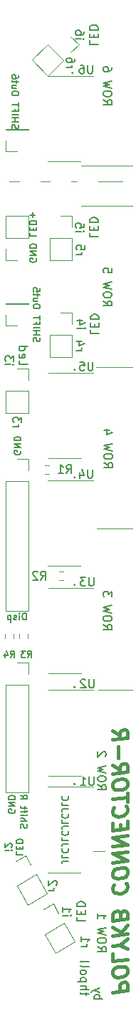
<source format=gbo>
%TF.GenerationSoftware,KiCad,Pcbnew,(5.1.9)-1*%
%TF.CreationDate,2021-11-25T09:31:56+01:00*%
%TF.ProjectId,connector,636f6e6e-6563-4746-9f72-2e6b69636164,rev?*%
%TF.SameCoordinates,Original*%
%TF.FileFunction,Legend,Bot*%
%TF.FilePolarity,Positive*%
%FSLAX46Y46*%
G04 Gerber Fmt 4.6, Leading zero omitted, Abs format (unit mm)*
G04 Created by KiCad (PCBNEW (5.1.9)-1) date 2021-11-25 09:31:56*
%MOMM*%
%LPD*%
G01*
G04 APERTURE LIST*
%ADD10C,0.150000*%
%ADD11C,0.120000*%
%ADD12C,0.200000*%
%ADD13C,0.400000*%
%ADD14C,0.500000*%
%ADD15O,1.700000X1.700000*%
%ADD16R,1.700000X1.700000*%
%ADD17C,0.127000*%
G04 APERTURE END LIST*
D10*
X86925095Y-130695238D02*
X86353666Y-130695238D01*
X86239380Y-130733333D01*
X86163190Y-130809523D01*
X86125095Y-130923809D01*
X86125095Y-131000000D01*
X86125095Y-129933333D02*
X86125095Y-130314285D01*
X86925095Y-130314285D01*
X86201285Y-129209523D02*
X86163190Y-129247619D01*
X86125095Y-129361904D01*
X86125095Y-129438095D01*
X86163190Y-129552380D01*
X86239380Y-129628571D01*
X86315571Y-129666666D01*
X86467952Y-129704761D01*
X86582238Y-129704761D01*
X86734619Y-129666666D01*
X86810809Y-129628571D01*
X86887000Y-129552380D01*
X86925095Y-129438095D01*
X86925095Y-129361904D01*
X86887000Y-129247619D01*
X86848904Y-129209523D01*
X86925095Y-128638095D02*
X86353666Y-128638095D01*
X86239380Y-128676190D01*
X86163190Y-128752380D01*
X86125095Y-128866666D01*
X86125095Y-128942857D01*
X86125095Y-127876190D02*
X86125095Y-128257142D01*
X86925095Y-128257142D01*
X86201285Y-127152380D02*
X86163190Y-127190476D01*
X86125095Y-127304761D01*
X86125095Y-127380952D01*
X86163190Y-127495238D01*
X86239380Y-127571428D01*
X86315571Y-127609523D01*
X86467952Y-127647619D01*
X86582238Y-127647619D01*
X86734619Y-127609523D01*
X86810809Y-127571428D01*
X86887000Y-127495238D01*
X86925095Y-127380952D01*
X86925095Y-127304761D01*
X86887000Y-127190476D01*
X86848904Y-127152380D01*
X86925095Y-126580952D02*
X86353666Y-126580952D01*
X86239380Y-126619047D01*
X86163190Y-126695238D01*
X86125095Y-126809523D01*
X86125095Y-126885714D01*
X86125095Y-125819047D02*
X86125095Y-126200000D01*
X86925095Y-126200000D01*
X86201285Y-125095238D02*
X86163190Y-125133333D01*
X86125095Y-125247619D01*
X86125095Y-125323809D01*
X86163190Y-125438095D01*
X86239380Y-125514285D01*
X86315571Y-125552380D01*
X86467952Y-125590476D01*
X86582238Y-125590476D01*
X86734619Y-125552380D01*
X86810809Y-125514285D01*
X86887000Y-125438095D01*
X86925095Y-125323809D01*
X86925095Y-125247619D01*
X86887000Y-125133333D01*
X86848904Y-125095238D01*
X86925095Y-124523809D02*
X86353666Y-124523809D01*
X86239380Y-124561904D01*
X86163190Y-124638095D01*
X86125095Y-124752380D01*
X86125095Y-124828571D01*
X86125095Y-123761904D02*
X86125095Y-124142857D01*
X86925095Y-124142857D01*
X86201285Y-123038095D02*
X86163190Y-123076190D01*
X86125095Y-123190476D01*
X86125095Y-123266666D01*
X86163190Y-123380952D01*
X86239380Y-123457142D01*
X86315571Y-123495238D01*
X86467952Y-123533333D01*
X86582238Y-123533333D01*
X86734619Y-123495238D01*
X86810809Y-123457142D01*
X86887000Y-123380952D01*
X86925095Y-123266666D01*
X86925095Y-123190476D01*
X86887000Y-123076190D01*
X86848904Y-123038095D01*
X87630000Y-85320142D02*
X87582380Y-85367761D01*
X87630000Y-85415380D01*
X87677619Y-85367761D01*
X87630000Y-85320142D01*
X87630000Y-85415380D01*
X87630000Y-121515142D02*
X87582380Y-121562761D01*
X87630000Y-121610380D01*
X87677619Y-121562761D01*
X87630000Y-121515142D01*
X87630000Y-121610380D01*
X87630000Y-110085142D02*
X87582380Y-110132761D01*
X87630000Y-110180380D01*
X87677619Y-110132761D01*
X87630000Y-110085142D01*
X87630000Y-110180380D01*
X87630000Y-98020142D02*
X87582380Y-98067761D01*
X87630000Y-98115380D01*
X87677619Y-98067761D01*
X87630000Y-98020142D01*
X87630000Y-98115380D01*
X87630000Y-72620142D02*
X87582380Y-72667761D01*
X87630000Y-72715380D01*
X87677619Y-72667761D01*
X87630000Y-72620142D01*
X87630000Y-72715380D01*
X87376000Y-37568142D02*
X87328380Y-37615761D01*
X87376000Y-37663380D01*
X87423619Y-37615761D01*
X87376000Y-37568142D01*
X87376000Y-37663380D01*
X81210190Y-126783857D02*
X81172095Y-126669571D01*
X81172095Y-126479095D01*
X81210190Y-126402904D01*
X81248285Y-126364809D01*
X81324476Y-126326714D01*
X81400666Y-126326714D01*
X81476857Y-126364809D01*
X81514952Y-126402904D01*
X81553047Y-126479095D01*
X81591142Y-126631476D01*
X81629238Y-126707666D01*
X81667333Y-126745761D01*
X81743523Y-126783857D01*
X81819714Y-126783857D01*
X81895904Y-126745761D01*
X81934000Y-126707666D01*
X81972095Y-126631476D01*
X81972095Y-126441000D01*
X81934000Y-126326714D01*
X81172095Y-125983857D02*
X81972095Y-125983857D01*
X81172095Y-125641000D02*
X81591142Y-125641000D01*
X81667333Y-125679095D01*
X81705428Y-125755285D01*
X81705428Y-125869571D01*
X81667333Y-125945761D01*
X81629238Y-125983857D01*
X81172095Y-125260047D02*
X81705428Y-125260047D01*
X81972095Y-125260047D02*
X81934000Y-125298142D01*
X81895904Y-125260047D01*
X81934000Y-125221952D01*
X81972095Y-125260047D01*
X81895904Y-125260047D01*
X81705428Y-124993380D02*
X81705428Y-124688619D01*
X81172095Y-124879095D02*
X81857809Y-124879095D01*
X81934000Y-124841000D01*
X81972095Y-124764809D01*
X81972095Y-124688619D01*
X81705428Y-124536238D02*
X81705428Y-124231476D01*
X81972095Y-124421952D02*
X81286380Y-124421952D01*
X81210190Y-124383857D01*
X81172095Y-124307666D01*
X81172095Y-124231476D01*
X81172095Y-122898142D02*
X81553047Y-123164809D01*
X81172095Y-123355285D02*
X81972095Y-123355285D01*
X81972095Y-123050523D01*
X81934000Y-122974333D01*
X81895904Y-122936238D01*
X81819714Y-122898142D01*
X81705428Y-122898142D01*
X81629238Y-122936238D01*
X81591142Y-122974333D01*
X81553047Y-123050523D01*
X81553047Y-123355285D01*
X81857714Y-102215904D02*
X81857714Y-101415904D01*
X81667238Y-101415904D01*
X81552952Y-101454000D01*
X81476761Y-101530190D01*
X81438666Y-101606380D01*
X81400571Y-101758761D01*
X81400571Y-101873047D01*
X81438666Y-102025428D01*
X81476761Y-102101619D01*
X81552952Y-102177809D01*
X81667238Y-102215904D01*
X81857714Y-102215904D01*
X81057714Y-102215904D02*
X81057714Y-101682571D01*
X81057714Y-101415904D02*
X81095809Y-101454000D01*
X81057714Y-101492095D01*
X81019619Y-101454000D01*
X81057714Y-101415904D01*
X81057714Y-101492095D01*
X80714857Y-102177809D02*
X80638666Y-102215904D01*
X80486285Y-102215904D01*
X80410095Y-102177809D01*
X80372000Y-102101619D01*
X80372000Y-102063523D01*
X80410095Y-101987333D01*
X80486285Y-101949238D01*
X80600571Y-101949238D01*
X80676761Y-101911142D01*
X80714857Y-101834952D01*
X80714857Y-101796857D01*
X80676761Y-101720666D01*
X80600571Y-101682571D01*
X80486285Y-101682571D01*
X80410095Y-101720666D01*
X80029142Y-101682571D02*
X80029142Y-102482571D01*
X80029142Y-101720666D02*
X79952952Y-101682571D01*
X79800571Y-101682571D01*
X79724380Y-101720666D01*
X79686285Y-101758761D01*
X79648190Y-101834952D01*
X79648190Y-102063523D01*
X79686285Y-102139714D01*
X79724380Y-102177809D01*
X79800571Y-102215904D01*
X79952952Y-102215904D01*
X80029142Y-102177809D01*
D11*
X81026000Y-50419000D02*
X79883000Y-50419000D01*
X84709000Y-50419000D02*
X83566000Y-50419000D01*
X87884000Y-50419000D02*
X87249000Y-50419000D01*
X93345000Y-50419000D02*
X90424000Y-50419000D01*
D12*
X91038419Y-40809657D02*
X91514609Y-41142990D01*
X91038419Y-41381085D02*
X92038419Y-41381085D01*
X92038419Y-41000133D01*
X91990800Y-40904895D01*
X91943180Y-40857276D01*
X91847942Y-40809657D01*
X91705085Y-40809657D01*
X91609847Y-40857276D01*
X91562228Y-40904895D01*
X91514609Y-41000133D01*
X91514609Y-41381085D01*
X92038419Y-40190609D02*
X92038419Y-40000133D01*
X91990800Y-39904895D01*
X91895561Y-39809657D01*
X91705085Y-39762038D01*
X91371752Y-39762038D01*
X91181276Y-39809657D01*
X91086038Y-39904895D01*
X91038419Y-40000133D01*
X91038419Y-40190609D01*
X91086038Y-40285847D01*
X91181276Y-40381085D01*
X91371752Y-40428704D01*
X91705085Y-40428704D01*
X91895561Y-40381085D01*
X91990800Y-40285847D01*
X92038419Y-40190609D01*
X92038419Y-39428704D02*
X91038419Y-39190609D01*
X91752704Y-39000133D01*
X91038419Y-38809657D01*
X92038419Y-38571561D01*
X92038419Y-37000133D02*
X92038419Y-37190609D01*
X91990800Y-37285847D01*
X91943180Y-37333466D01*
X91800323Y-37428704D01*
X91609847Y-37476323D01*
X91228895Y-37476323D01*
X91133657Y-37428704D01*
X91086038Y-37381085D01*
X91038419Y-37285847D01*
X91038419Y-37095371D01*
X91086038Y-37000133D01*
X91133657Y-36952514D01*
X91228895Y-36904895D01*
X91466990Y-36904895D01*
X91562228Y-36952514D01*
X91609847Y-37000133D01*
X91657466Y-37095371D01*
X91657466Y-37285847D01*
X91609847Y-37381085D01*
X91562228Y-37428704D01*
X91466990Y-37476323D01*
X91038419Y-64558657D02*
X91514609Y-64891990D01*
X91038419Y-65130085D02*
X92038419Y-65130085D01*
X92038419Y-64749133D01*
X91990800Y-64653895D01*
X91943180Y-64606276D01*
X91847942Y-64558657D01*
X91705085Y-64558657D01*
X91609847Y-64606276D01*
X91562228Y-64653895D01*
X91514609Y-64749133D01*
X91514609Y-65130085D01*
X92038419Y-63939609D02*
X92038419Y-63749133D01*
X91990800Y-63653895D01*
X91895561Y-63558657D01*
X91705085Y-63511038D01*
X91371752Y-63511038D01*
X91181276Y-63558657D01*
X91086038Y-63653895D01*
X91038419Y-63749133D01*
X91038419Y-63939609D01*
X91086038Y-64034847D01*
X91181276Y-64130085D01*
X91371752Y-64177704D01*
X91705085Y-64177704D01*
X91895561Y-64130085D01*
X91990800Y-64034847D01*
X92038419Y-63939609D01*
X92038419Y-63177704D02*
X91038419Y-62939609D01*
X91752704Y-62749133D01*
X91038419Y-62558657D01*
X92038419Y-62320561D01*
X92038419Y-60701514D02*
X92038419Y-61177704D01*
X91562228Y-61225323D01*
X91609847Y-61177704D01*
X91657466Y-61082466D01*
X91657466Y-60844371D01*
X91609847Y-60749133D01*
X91562228Y-60701514D01*
X91466990Y-60653895D01*
X91228895Y-60653895D01*
X91133657Y-60701514D01*
X91086038Y-60749133D01*
X91038419Y-60844371D01*
X91038419Y-61082466D01*
X91086038Y-61177704D01*
X91133657Y-61225323D01*
X91114619Y-83634057D02*
X91590809Y-83967390D01*
X91114619Y-84205485D02*
X92114619Y-84205485D01*
X92114619Y-83824533D01*
X92067000Y-83729295D01*
X92019380Y-83681676D01*
X91924142Y-83634057D01*
X91781285Y-83634057D01*
X91686047Y-83681676D01*
X91638428Y-83729295D01*
X91590809Y-83824533D01*
X91590809Y-84205485D01*
X92114619Y-83015009D02*
X92114619Y-82824533D01*
X92067000Y-82729295D01*
X91971761Y-82634057D01*
X91781285Y-82586438D01*
X91447952Y-82586438D01*
X91257476Y-82634057D01*
X91162238Y-82729295D01*
X91114619Y-82824533D01*
X91114619Y-83015009D01*
X91162238Y-83110247D01*
X91257476Y-83205485D01*
X91447952Y-83253104D01*
X91781285Y-83253104D01*
X91971761Y-83205485D01*
X92067000Y-83110247D01*
X92114619Y-83015009D01*
X92114619Y-82253104D02*
X91114619Y-82015009D01*
X91828904Y-81824533D01*
X91114619Y-81634057D01*
X92114619Y-81395961D01*
X91781285Y-79824533D02*
X91114619Y-79824533D01*
X92162238Y-80062628D02*
X91447952Y-80300723D01*
X91447952Y-79681676D01*
X91038419Y-102760257D02*
X91514609Y-103093590D01*
X91038419Y-103331685D02*
X92038419Y-103331685D01*
X92038419Y-102950733D01*
X91990800Y-102855495D01*
X91943180Y-102807876D01*
X91847942Y-102760257D01*
X91705085Y-102760257D01*
X91609847Y-102807876D01*
X91562228Y-102855495D01*
X91514609Y-102950733D01*
X91514609Y-103331685D01*
X92038419Y-102141209D02*
X92038419Y-101950733D01*
X91990800Y-101855495D01*
X91895561Y-101760257D01*
X91705085Y-101712638D01*
X91371752Y-101712638D01*
X91181276Y-101760257D01*
X91086038Y-101855495D01*
X91038419Y-101950733D01*
X91038419Y-102141209D01*
X91086038Y-102236447D01*
X91181276Y-102331685D01*
X91371752Y-102379304D01*
X91705085Y-102379304D01*
X91895561Y-102331685D01*
X91990800Y-102236447D01*
X92038419Y-102141209D01*
X92038419Y-101379304D02*
X91038419Y-101141209D01*
X91752704Y-100950733D01*
X91038419Y-100760257D01*
X92038419Y-100522161D01*
X92038419Y-99474542D02*
X92038419Y-98855495D01*
X91657466Y-99188828D01*
X91657466Y-99045971D01*
X91609847Y-98950733D01*
X91562228Y-98903114D01*
X91466990Y-98855495D01*
X91228895Y-98855495D01*
X91133657Y-98903114D01*
X91086038Y-98950733D01*
X91038419Y-99045971D01*
X91038419Y-99331685D01*
X91086038Y-99426923D01*
X91133657Y-99474542D01*
X90352619Y-121683257D02*
X90828809Y-122016590D01*
X90352619Y-122254685D02*
X91352619Y-122254685D01*
X91352619Y-121873733D01*
X91305000Y-121778495D01*
X91257380Y-121730876D01*
X91162142Y-121683257D01*
X91019285Y-121683257D01*
X90924047Y-121730876D01*
X90876428Y-121778495D01*
X90828809Y-121873733D01*
X90828809Y-122254685D01*
X91352619Y-121064209D02*
X91352619Y-120873733D01*
X91305000Y-120778495D01*
X91209761Y-120683257D01*
X91019285Y-120635638D01*
X90685952Y-120635638D01*
X90495476Y-120683257D01*
X90400238Y-120778495D01*
X90352619Y-120873733D01*
X90352619Y-121064209D01*
X90400238Y-121159447D01*
X90495476Y-121254685D01*
X90685952Y-121302304D01*
X91019285Y-121302304D01*
X91209761Y-121254685D01*
X91305000Y-121159447D01*
X91352619Y-121064209D01*
X91352619Y-120302304D02*
X90352619Y-120064209D01*
X91066904Y-119873733D01*
X90352619Y-119683257D01*
X91352619Y-119445161D01*
X91257380Y-118349923D02*
X91305000Y-118302304D01*
X91352619Y-118207066D01*
X91352619Y-117968971D01*
X91305000Y-117873733D01*
X91257380Y-117826114D01*
X91162142Y-117778495D01*
X91066904Y-117778495D01*
X90924047Y-117826114D01*
X90352619Y-118397542D01*
X90352619Y-117778495D01*
X90378019Y-140784057D02*
X90854209Y-141117390D01*
X90378019Y-141355485D02*
X91378019Y-141355485D01*
X91378019Y-140974533D01*
X91330400Y-140879295D01*
X91282780Y-140831676D01*
X91187542Y-140784057D01*
X91044685Y-140784057D01*
X90949447Y-140831676D01*
X90901828Y-140879295D01*
X90854209Y-140974533D01*
X90854209Y-141355485D01*
X91378019Y-140165009D02*
X91378019Y-139974533D01*
X91330400Y-139879295D01*
X91235161Y-139784057D01*
X91044685Y-139736438D01*
X90711352Y-139736438D01*
X90520876Y-139784057D01*
X90425638Y-139879295D01*
X90378019Y-139974533D01*
X90378019Y-140165009D01*
X90425638Y-140260247D01*
X90520876Y-140355485D01*
X90711352Y-140403104D01*
X91044685Y-140403104D01*
X91235161Y-140355485D01*
X91330400Y-140260247D01*
X91378019Y-140165009D01*
X91378019Y-139403104D02*
X90378019Y-139165009D01*
X91092304Y-138974533D01*
X90378019Y-138784057D01*
X91378019Y-138545961D01*
X90378019Y-136879295D02*
X90378019Y-137450723D01*
X90378019Y-137165009D02*
X91378019Y-137165009D01*
X91235161Y-137260247D01*
X91139923Y-137355485D01*
X91092304Y-137450723D01*
D11*
X91211400Y-129540000D02*
X89865200Y-129540000D01*
X94462600Y-110490000D02*
X90398600Y-110490000D01*
X94513400Y-91440000D02*
X90271600Y-91465400D01*
X94513400Y-72390000D02*
X90170000Y-72390000D01*
X94488000Y-53314600D02*
X88392000Y-53314600D01*
X94488000Y-48590200D02*
X88392000Y-48590200D01*
D10*
X89958419Y-146975438D02*
X90958419Y-146975438D01*
X90577466Y-146975438D02*
X90625085Y-146880200D01*
X90625085Y-146689723D01*
X90577466Y-146594485D01*
X90529847Y-146546866D01*
X90434609Y-146499247D01*
X90148895Y-146499247D01*
X90053657Y-146546866D01*
X90006038Y-146594485D01*
X89958419Y-146689723D01*
X89958419Y-146880200D01*
X90006038Y-146975438D01*
X90625085Y-146165914D02*
X89958419Y-145927819D01*
X90625085Y-145689723D02*
X89958419Y-145927819D01*
X89720323Y-146023057D01*
X89672704Y-146070676D01*
X89625085Y-146165914D01*
X88975085Y-146546866D02*
X88975085Y-146165914D01*
X89308419Y-146404009D02*
X88451276Y-146404009D01*
X88356038Y-146356390D01*
X88308419Y-146261152D01*
X88308419Y-146165914D01*
X88308419Y-145832580D02*
X89308419Y-145832580D01*
X88308419Y-145404009D02*
X88832228Y-145404009D01*
X88927466Y-145451628D01*
X88975085Y-145546866D01*
X88975085Y-145689723D01*
X88927466Y-145784961D01*
X88879847Y-145832580D01*
X88975085Y-144927819D02*
X87975085Y-144927819D01*
X88927466Y-144927819D02*
X88975085Y-144832580D01*
X88975085Y-144642104D01*
X88927466Y-144546866D01*
X88879847Y-144499247D01*
X88784609Y-144451628D01*
X88498895Y-144451628D01*
X88403657Y-144499247D01*
X88356038Y-144546866D01*
X88308419Y-144642104D01*
X88308419Y-144832580D01*
X88356038Y-144927819D01*
X88308419Y-143880200D02*
X88356038Y-143975438D01*
X88403657Y-144023057D01*
X88498895Y-144070676D01*
X88784609Y-144070676D01*
X88879847Y-144023057D01*
X88927466Y-143975438D01*
X88975085Y-143880200D01*
X88975085Y-143737342D01*
X88927466Y-143642104D01*
X88879847Y-143594485D01*
X88784609Y-143546866D01*
X88498895Y-143546866D01*
X88403657Y-143594485D01*
X88356038Y-143642104D01*
X88308419Y-143737342D01*
X88308419Y-143880200D01*
X88308419Y-142975438D02*
X88356038Y-143070676D01*
X88451276Y-143118295D01*
X89308419Y-143118295D01*
X88308419Y-142451628D02*
X88356038Y-142546866D01*
X88451276Y-142594485D01*
X89308419Y-142594485D01*
D13*
X92149714Y-146183050D02*
X93949714Y-145958050D01*
X93949714Y-145272335D01*
X93864000Y-145111621D01*
X93778285Y-145036621D01*
X93606857Y-144972335D01*
X93349714Y-145004478D01*
X93178285Y-145111621D01*
X93092571Y-145208050D01*
X93006857Y-145390192D01*
X93006857Y-146075907D01*
X93949714Y-143815192D02*
X93949714Y-143472335D01*
X93864000Y-143311621D01*
X93692571Y-143161621D01*
X93349714Y-143118764D01*
X92749714Y-143193764D01*
X92406857Y-143322335D01*
X92235428Y-143515192D01*
X92149714Y-143697335D01*
X92149714Y-144040192D01*
X92235428Y-144200907D01*
X92406857Y-144350907D01*
X92749714Y-144393764D01*
X93349714Y-144318764D01*
X93692571Y-144190192D01*
X93864000Y-143997335D01*
X93949714Y-143815192D01*
X92149714Y-141640192D02*
X92149714Y-142497335D01*
X93949714Y-142272335D01*
X93006857Y-140590192D02*
X92149714Y-140697335D01*
X93949714Y-141072335D02*
X93006857Y-140590192D01*
X93949714Y-139872335D01*
X92149714Y-139497335D02*
X93949714Y-139272335D01*
X92149714Y-138468764D02*
X93178285Y-139111621D01*
X93949714Y-138243764D02*
X92921142Y-139400907D01*
X93092571Y-136979478D02*
X93006857Y-136733050D01*
X92921142Y-136658050D01*
X92749714Y-136593764D01*
X92492571Y-136625907D01*
X92321142Y-136733050D01*
X92235428Y-136829478D01*
X92149714Y-137011621D01*
X92149714Y-137697335D01*
X93949714Y-137472335D01*
X93949714Y-136872335D01*
X93864000Y-136711621D01*
X93778285Y-136636621D01*
X93606857Y-136572335D01*
X93435428Y-136593764D01*
X93264000Y-136700907D01*
X93178285Y-136797335D01*
X93092571Y-136979478D01*
X93092571Y-137579478D01*
X92321142Y-133475907D02*
X92235428Y-133572335D01*
X92149714Y-133840192D01*
X92149714Y-134011621D01*
X92235428Y-134258050D01*
X92406857Y-134408050D01*
X92578285Y-134472335D01*
X92921142Y-134515192D01*
X93178285Y-134483050D01*
X93521142Y-134354478D01*
X93692571Y-134247335D01*
X93864000Y-134054478D01*
X93949714Y-133786621D01*
X93949714Y-133615192D01*
X93864000Y-133368764D01*
X93778285Y-133293764D01*
X93949714Y-132158050D02*
X93949714Y-131815192D01*
X93864000Y-131654478D01*
X93692571Y-131504478D01*
X93349714Y-131461621D01*
X92749714Y-131536621D01*
X92406857Y-131665192D01*
X92235428Y-131858050D01*
X92149714Y-132040192D01*
X92149714Y-132383050D01*
X92235428Y-132543764D01*
X92406857Y-132693764D01*
X92749714Y-132736621D01*
X93349714Y-132661621D01*
X93692571Y-132533050D01*
X93864000Y-132340192D01*
X93949714Y-132158050D01*
X92149714Y-130840192D02*
X93949714Y-130615192D01*
X92149714Y-129811621D01*
X93949714Y-129586621D01*
X92149714Y-128954478D02*
X93949714Y-128729478D01*
X92149714Y-127925907D01*
X93949714Y-127700907D01*
X93092571Y-126950907D02*
X93092571Y-126350907D01*
X92149714Y-126211621D02*
X92149714Y-127068764D01*
X93949714Y-126843764D01*
X93949714Y-125986621D01*
X92321142Y-124390192D02*
X92235428Y-124486621D01*
X92149714Y-124754478D01*
X92149714Y-124925907D01*
X92235428Y-125172335D01*
X92406857Y-125322335D01*
X92578285Y-125386621D01*
X92921142Y-125429478D01*
X93178285Y-125397335D01*
X93521142Y-125268764D01*
X93692571Y-125161621D01*
X93864000Y-124968764D01*
X93949714Y-124700907D01*
X93949714Y-124529478D01*
X93864000Y-124283050D01*
X93778285Y-124208050D01*
X93949714Y-123672335D02*
X93949714Y-122643764D01*
X92149714Y-123383050D02*
X93949714Y-123158050D01*
X93949714Y-121700907D02*
X93949714Y-121358050D01*
X93864000Y-121197335D01*
X93692571Y-121047335D01*
X93349714Y-121004478D01*
X92749714Y-121079478D01*
X92406857Y-121208050D01*
X92235428Y-121400907D01*
X92149714Y-121583050D01*
X92149714Y-121925907D01*
X92235428Y-122086621D01*
X92406857Y-122236621D01*
X92749714Y-122279478D01*
X93349714Y-122204478D01*
X93692571Y-122075907D01*
X93864000Y-121883050D01*
X93949714Y-121700907D01*
X92149714Y-119354478D02*
X93006857Y-119847335D01*
X92149714Y-120383050D02*
X93949714Y-120158050D01*
X93949714Y-119472335D01*
X93864000Y-119311621D01*
X93778285Y-119236621D01*
X93606857Y-119172335D01*
X93349714Y-119204478D01*
X93178285Y-119311621D01*
X93092571Y-119408050D01*
X93006857Y-119590192D01*
X93006857Y-120275907D01*
X92835428Y-118497335D02*
X92835428Y-117125907D01*
X92149714Y-115325907D02*
X93006857Y-115818764D01*
X92149714Y-116354478D02*
X93949714Y-116129478D01*
X93949714Y-115443764D01*
X93864000Y-115283050D01*
X93778285Y-115208050D01*
X93606857Y-115143764D01*
X93349714Y-115175907D01*
X93178285Y-115283050D01*
X93092571Y-115379478D01*
X93006857Y-115561621D01*
X93006857Y-116247335D01*
D10*
X80537000Y-124608071D02*
X80575095Y-124684261D01*
X80575095Y-124798547D01*
X80537000Y-124912833D01*
X80460809Y-124989023D01*
X80384619Y-125027119D01*
X80232238Y-125065214D01*
X80117952Y-125065214D01*
X79965571Y-125027119D01*
X79889380Y-124989023D01*
X79813190Y-124912833D01*
X79775095Y-124798547D01*
X79775095Y-124722357D01*
X79813190Y-124608071D01*
X79851285Y-124569976D01*
X80117952Y-124569976D01*
X80117952Y-124722357D01*
X79775095Y-124227119D02*
X80575095Y-124227119D01*
X79775095Y-123769976D01*
X80575095Y-123769976D01*
X79775095Y-123389023D02*
X80575095Y-123389023D01*
X80575095Y-123198547D01*
X80537000Y-123084261D01*
X80460809Y-123008071D01*
X80384619Y-122969976D01*
X80232238Y-122931880D01*
X80117952Y-122931880D01*
X79965571Y-122969976D01*
X79889380Y-123008071D01*
X79813190Y-123084261D01*
X79775095Y-123198547D01*
X79775095Y-123389023D01*
X84510619Y-134151619D02*
X85177285Y-134151619D01*
X84986809Y-134151619D02*
X85082047Y-134104000D01*
X85129666Y-134056380D01*
X85177285Y-133961142D01*
X85177285Y-133865904D01*
X85415380Y-133580190D02*
X85463000Y-133532571D01*
X85510619Y-133437333D01*
X85510619Y-133199238D01*
X85463000Y-133104000D01*
X85415380Y-133056380D01*
X85320142Y-133008761D01*
X85224904Y-133008761D01*
X85082047Y-133056380D01*
X84510619Y-133627809D01*
X84510619Y-133008761D01*
X80704095Y-129546285D02*
X80704095Y-129927238D01*
X81504095Y-129927238D01*
X81123142Y-129279619D02*
X81123142Y-129012952D01*
X80704095Y-128898666D02*
X80704095Y-129279619D01*
X81504095Y-129279619D01*
X81504095Y-128898666D01*
X80704095Y-128555809D02*
X81504095Y-128555809D01*
X81504095Y-128365333D01*
X81466000Y-128251047D01*
X81389809Y-128174857D01*
X81313619Y-128136761D01*
X81161238Y-128098666D01*
X81046952Y-128098666D01*
X80894571Y-128136761D01*
X80818380Y-128174857D01*
X80742190Y-128251047D01*
X80704095Y-128365333D01*
X80704095Y-128555809D01*
X79354095Y-129412952D02*
X79887428Y-129412952D01*
X80154095Y-129412952D02*
X80116000Y-129451047D01*
X80077904Y-129412952D01*
X80116000Y-129374857D01*
X80154095Y-129412952D01*
X80077904Y-129412952D01*
X80077904Y-129070095D02*
X80116000Y-129032000D01*
X80154095Y-128955809D01*
X80154095Y-128765333D01*
X80116000Y-128689142D01*
X80077904Y-128651047D01*
X80001714Y-128612952D01*
X79925523Y-128612952D01*
X79811238Y-128651047D01*
X79354095Y-129108190D01*
X79354095Y-128612952D01*
X88447619Y-140755619D02*
X89114285Y-140755619D01*
X88923809Y-140755619D02*
X89019047Y-140708000D01*
X89066666Y-140660380D01*
X89114285Y-140565142D01*
X89114285Y-140469904D01*
X88447619Y-139612761D02*
X88447619Y-140184190D01*
X88447619Y-139898476D02*
X89447619Y-139898476D01*
X89304761Y-139993714D01*
X89209523Y-140088952D01*
X89161904Y-140184190D01*
X87875619Y-137294857D02*
X87875619Y-137771047D01*
X88875619Y-137771047D01*
X88399428Y-136961523D02*
X88399428Y-136628190D01*
X87875619Y-136485333D02*
X87875619Y-136961523D01*
X88875619Y-136961523D01*
X88875619Y-136485333D01*
X87875619Y-136056761D02*
X88875619Y-136056761D01*
X88875619Y-135818666D01*
X88828000Y-135675809D01*
X88732761Y-135580571D01*
X88637523Y-135532952D01*
X88447047Y-135485333D01*
X88304190Y-135485333D01*
X88113714Y-135532952D01*
X88018476Y-135580571D01*
X87923238Y-135675809D01*
X87875619Y-135818666D01*
X87875619Y-136056761D01*
X86225619Y-137128190D02*
X86892285Y-137128190D01*
X87225619Y-137128190D02*
X87178000Y-137175809D01*
X87130380Y-137128190D01*
X87178000Y-137080571D01*
X87225619Y-137128190D01*
X87130380Y-137128190D01*
X86225619Y-136128190D02*
X86225619Y-136699619D01*
X86225619Y-136413904D02*
X87225619Y-136413904D01*
X87082761Y-136509142D01*
X86987523Y-136604380D01*
X86939904Y-136699619D01*
X81172000Y-82270523D02*
X81210095Y-82346714D01*
X81210095Y-82461000D01*
X81172000Y-82575285D01*
X81095809Y-82651476D01*
X81019619Y-82689571D01*
X80867238Y-82727666D01*
X80752952Y-82727666D01*
X80600571Y-82689571D01*
X80524380Y-82651476D01*
X80448190Y-82575285D01*
X80410095Y-82461000D01*
X80410095Y-82384809D01*
X80448190Y-82270523D01*
X80486285Y-82232428D01*
X80752952Y-82232428D01*
X80752952Y-82384809D01*
X80410095Y-81889571D02*
X81210095Y-81889571D01*
X80410095Y-81432428D01*
X81210095Y-81432428D01*
X80410095Y-81051476D02*
X81210095Y-81051476D01*
X81210095Y-80861000D01*
X81172000Y-80746714D01*
X81095809Y-80670523D01*
X81019619Y-80632428D01*
X80867238Y-80594333D01*
X80752952Y-80594333D01*
X80600571Y-80632428D01*
X80524380Y-80670523D01*
X80448190Y-80746714D01*
X80410095Y-80861000D01*
X80410095Y-81051476D01*
X83077000Y-59518238D02*
X83115095Y-59594428D01*
X83115095Y-59708714D01*
X83077000Y-59823000D01*
X83000809Y-59899190D01*
X82924619Y-59937285D01*
X82772238Y-59975380D01*
X82657952Y-59975380D01*
X82505571Y-59937285D01*
X82429380Y-59899190D01*
X82353190Y-59823000D01*
X82315095Y-59708714D01*
X82315095Y-59632523D01*
X82353190Y-59518238D01*
X82391285Y-59480142D01*
X82657952Y-59480142D01*
X82657952Y-59632523D01*
X82315095Y-59137285D02*
X83115095Y-59137285D01*
X82315095Y-58680142D01*
X83115095Y-58680142D01*
X82315095Y-58299190D02*
X83115095Y-58299190D01*
X83115095Y-58108714D01*
X83077000Y-57994428D01*
X83000809Y-57918238D01*
X82924619Y-57880142D01*
X82772238Y-57842047D01*
X82657952Y-57842047D01*
X82505571Y-57880142D01*
X82429380Y-57918238D01*
X82353190Y-57994428D01*
X82315095Y-58108714D01*
X82315095Y-58299190D01*
X82315095Y-56508714D02*
X82315095Y-56889666D01*
X83115095Y-56889666D01*
X82734142Y-56242047D02*
X82734142Y-55975380D01*
X82315095Y-55861095D02*
X82315095Y-56242047D01*
X83115095Y-56242047D01*
X83115095Y-55861095D01*
X82315095Y-55518238D02*
X83115095Y-55518238D01*
X83115095Y-55327761D01*
X83077000Y-55213476D01*
X83000809Y-55137285D01*
X82924619Y-55099190D01*
X82772238Y-55061095D01*
X82657952Y-55061095D01*
X82505571Y-55099190D01*
X82429380Y-55137285D01*
X82353190Y-55213476D01*
X82315095Y-55327761D01*
X82315095Y-55518238D01*
X82619857Y-54718238D02*
X82619857Y-54108714D01*
X82315095Y-54413476D02*
X82924619Y-54413476D01*
X82734190Y-69347952D02*
X82696095Y-69233666D01*
X82696095Y-69043190D01*
X82734190Y-68967000D01*
X82772285Y-68928904D01*
X82848476Y-68890809D01*
X82924666Y-68890809D01*
X83000857Y-68928904D01*
X83038952Y-68967000D01*
X83077047Y-69043190D01*
X83115142Y-69195571D01*
X83153238Y-69271761D01*
X83191333Y-69309857D01*
X83267523Y-69347952D01*
X83343714Y-69347952D01*
X83419904Y-69309857D01*
X83458000Y-69271761D01*
X83496095Y-69195571D01*
X83496095Y-69005095D01*
X83458000Y-68890809D01*
X82696095Y-68547952D02*
X83496095Y-68547952D01*
X83115142Y-68547952D02*
X83115142Y-68090809D01*
X82696095Y-68090809D02*
X83496095Y-68090809D01*
X82696095Y-67709857D02*
X83496095Y-67709857D01*
X83115142Y-67062238D02*
X83115142Y-67328904D01*
X82696095Y-67328904D02*
X83496095Y-67328904D01*
X83496095Y-66947952D01*
X83496095Y-66757476D02*
X83496095Y-66300333D01*
X82696095Y-66528904D02*
X83496095Y-66528904D01*
X83496095Y-65271761D02*
X83496095Y-65119380D01*
X83458000Y-65043190D01*
X83381809Y-64967000D01*
X83229428Y-64928904D01*
X82962761Y-64928904D01*
X82810380Y-64967000D01*
X82734190Y-65043190D01*
X82696095Y-65119380D01*
X82696095Y-65271761D01*
X82734190Y-65347952D01*
X82810380Y-65424142D01*
X82962761Y-65462238D01*
X83229428Y-65462238D01*
X83381809Y-65424142D01*
X83458000Y-65347952D01*
X83496095Y-65271761D01*
X83229428Y-64243190D02*
X82696095Y-64243190D01*
X83229428Y-64586047D02*
X82810380Y-64586047D01*
X82734190Y-64547952D01*
X82696095Y-64471761D01*
X82696095Y-64357476D01*
X82734190Y-64281285D01*
X82772285Y-64243190D01*
X83229428Y-63976523D02*
X83229428Y-63671761D01*
X83496095Y-63862238D02*
X82810380Y-63862238D01*
X82734190Y-63824142D01*
X82696095Y-63747952D01*
X82696095Y-63671761D01*
X83496095Y-63024142D02*
X83496095Y-63405095D01*
X83115142Y-63443190D01*
X83153238Y-63405095D01*
X83191333Y-63328904D01*
X83191333Y-63138428D01*
X83153238Y-63062238D01*
X83115142Y-63024142D01*
X83038952Y-62986047D01*
X82848476Y-62986047D01*
X82772285Y-63024142D01*
X82734190Y-63062238D01*
X82696095Y-63138428D01*
X82696095Y-63328904D01*
X82734190Y-63405095D01*
X82772285Y-63443190D01*
X81017619Y-71578214D02*
X81017619Y-72054404D01*
X82017619Y-72054404D01*
X81065238Y-70863928D02*
X81017619Y-70959166D01*
X81017619Y-71149642D01*
X81065238Y-71244880D01*
X81160476Y-71292500D01*
X81541428Y-71292500D01*
X81636666Y-71244880D01*
X81684285Y-71149642D01*
X81684285Y-70959166D01*
X81636666Y-70863928D01*
X81541428Y-70816309D01*
X81446190Y-70816309D01*
X81350952Y-71292500D01*
X81017619Y-69959166D02*
X82017619Y-69959166D01*
X81065238Y-69959166D02*
X81017619Y-70054404D01*
X81017619Y-70244880D01*
X81065238Y-70340119D01*
X81112857Y-70387738D01*
X81208095Y-70435357D01*
X81493809Y-70435357D01*
X81589047Y-70387738D01*
X81636666Y-70340119D01*
X81684285Y-70244880D01*
X81684285Y-70054404D01*
X81636666Y-69959166D01*
X79367619Y-72054404D02*
X80034285Y-72054404D01*
X80367619Y-72054404D02*
X80320000Y-72102023D01*
X80272380Y-72054404D01*
X80320000Y-72006785D01*
X80367619Y-72054404D01*
X80272380Y-72054404D01*
X80367619Y-71673452D02*
X80367619Y-71054404D01*
X79986666Y-71387738D01*
X79986666Y-71244880D01*
X79939047Y-71149642D01*
X79891428Y-71102023D01*
X79796190Y-71054404D01*
X79558095Y-71054404D01*
X79462857Y-71102023D01*
X79415238Y-71149642D01*
X79367619Y-71244880D01*
X79367619Y-71530595D01*
X79415238Y-71625833D01*
X79462857Y-71673452D01*
X80319619Y-79414619D02*
X80986285Y-79414619D01*
X80795809Y-79414619D02*
X80891047Y-79367000D01*
X80938666Y-79319380D01*
X80986285Y-79224142D01*
X80986285Y-79128904D01*
X81319619Y-78890809D02*
X81319619Y-78271761D01*
X80938666Y-78605095D01*
X80938666Y-78462238D01*
X80891047Y-78367000D01*
X80843428Y-78319380D01*
X80748190Y-78271761D01*
X80510095Y-78271761D01*
X80414857Y-78319380D01*
X80367238Y-78367000D01*
X80319619Y-78462238D01*
X80319619Y-78747952D01*
X80367238Y-78843190D01*
X80414857Y-78890809D01*
X87812619Y-70397619D02*
X88479285Y-70397619D01*
X88288809Y-70397619D02*
X88384047Y-70350000D01*
X88431666Y-70302380D01*
X88479285Y-70207142D01*
X88479285Y-70111904D01*
X88479285Y-69350000D02*
X87812619Y-69350000D01*
X88860238Y-69588095D02*
X88145952Y-69826190D01*
X88145952Y-69207142D01*
X89526619Y-67952857D02*
X89526619Y-68429047D01*
X90526619Y-68429047D01*
X90050428Y-67619523D02*
X90050428Y-67286190D01*
X89526619Y-67143333D02*
X89526619Y-67619523D01*
X90526619Y-67619523D01*
X90526619Y-67143333D01*
X89526619Y-66714761D02*
X90526619Y-66714761D01*
X90526619Y-66476666D01*
X90479000Y-66333809D01*
X90383761Y-66238571D01*
X90288523Y-66190952D01*
X90098047Y-66143333D01*
X89955190Y-66143333D01*
X89764714Y-66190952D01*
X89669476Y-66238571D01*
X89574238Y-66333809D01*
X89526619Y-66476666D01*
X89526619Y-66714761D01*
X87876619Y-67786190D02*
X88543285Y-67786190D01*
X88876619Y-67786190D02*
X88829000Y-67833809D01*
X88781380Y-67786190D01*
X88829000Y-67738571D01*
X88876619Y-67786190D01*
X88781380Y-67786190D01*
X88543285Y-66881428D02*
X87876619Y-66881428D01*
X88924238Y-67119523D02*
X88209952Y-67357619D01*
X88209952Y-66738571D01*
X89399619Y-56522857D02*
X89399619Y-56999047D01*
X90399619Y-56999047D01*
X89923428Y-56189523D02*
X89923428Y-55856190D01*
X89399619Y-55713333D02*
X89399619Y-56189523D01*
X90399619Y-56189523D01*
X90399619Y-55713333D01*
X89399619Y-55284761D02*
X90399619Y-55284761D01*
X90399619Y-55046666D01*
X90352000Y-54903809D01*
X90256761Y-54808571D01*
X90161523Y-54760952D01*
X89971047Y-54713333D01*
X89828190Y-54713333D01*
X89637714Y-54760952D01*
X89542476Y-54808571D01*
X89447238Y-54903809D01*
X89399619Y-55046666D01*
X89399619Y-55284761D01*
X87749619Y-56356190D02*
X88416285Y-56356190D01*
X88749619Y-56356190D02*
X88702000Y-56403809D01*
X88654380Y-56356190D01*
X88702000Y-56308571D01*
X88749619Y-56356190D01*
X88654380Y-56356190D01*
X88749619Y-55403809D02*
X88749619Y-55880000D01*
X88273428Y-55927619D01*
X88321047Y-55880000D01*
X88368666Y-55784761D01*
X88368666Y-55546666D01*
X88321047Y-55451428D01*
X88273428Y-55403809D01*
X88178190Y-55356190D01*
X87940095Y-55356190D01*
X87844857Y-55403809D01*
X87797238Y-55451428D01*
X87749619Y-55546666D01*
X87749619Y-55784761D01*
X87797238Y-55880000D01*
X87844857Y-55927619D01*
X87812619Y-59094619D02*
X88479285Y-59094619D01*
X88288809Y-59094619D02*
X88384047Y-59047000D01*
X88431666Y-58999380D01*
X88479285Y-58904142D01*
X88479285Y-58808904D01*
X88812619Y-57999380D02*
X88812619Y-58475571D01*
X88336428Y-58523190D01*
X88384047Y-58475571D01*
X88431666Y-58380333D01*
X88431666Y-58142238D01*
X88384047Y-58047000D01*
X88336428Y-57999380D01*
X88241190Y-57951761D01*
X88003095Y-57951761D01*
X87907857Y-57999380D01*
X87860238Y-58047000D01*
X87812619Y-58142238D01*
X87812619Y-58380333D01*
X87860238Y-58475571D01*
X87907857Y-58523190D01*
X89399619Y-33789857D02*
X89399619Y-34266047D01*
X90399619Y-34266047D01*
X89923428Y-33456523D02*
X89923428Y-33123190D01*
X89399619Y-32980333D02*
X89399619Y-33456523D01*
X90399619Y-33456523D01*
X90399619Y-32980333D01*
X89399619Y-32551761D02*
X90399619Y-32551761D01*
X90399619Y-32313666D01*
X90352000Y-32170809D01*
X90256761Y-32075571D01*
X90161523Y-32027952D01*
X89971047Y-31980333D01*
X89828190Y-31980333D01*
X89637714Y-32027952D01*
X89542476Y-32075571D01*
X89447238Y-32170809D01*
X89399619Y-32313666D01*
X89399619Y-32551761D01*
X87749619Y-33623190D02*
X88416285Y-33623190D01*
X88749619Y-33623190D02*
X88702000Y-33670809D01*
X88654380Y-33623190D01*
X88702000Y-33575571D01*
X88749619Y-33623190D01*
X88654380Y-33623190D01*
X88749619Y-32718428D02*
X88749619Y-32908904D01*
X88702000Y-33004142D01*
X88654380Y-33051761D01*
X88511523Y-33147000D01*
X88321047Y-33194619D01*
X87940095Y-33194619D01*
X87844857Y-33147000D01*
X87797238Y-33099380D01*
X87749619Y-33004142D01*
X87749619Y-32813666D01*
X87797238Y-32718428D01*
X87844857Y-32670809D01*
X87940095Y-32623190D01*
X88178190Y-32623190D01*
X88273428Y-32670809D01*
X88321047Y-32718428D01*
X88368666Y-32813666D01*
X88368666Y-33004142D01*
X88321047Y-33099380D01*
X88273428Y-33147000D01*
X88178190Y-33194619D01*
X86669619Y-36996619D02*
X87336285Y-36996619D01*
X87145809Y-36996619D02*
X87241047Y-36949000D01*
X87288666Y-36901380D01*
X87336285Y-36806142D01*
X87336285Y-36710904D01*
X87669619Y-35949000D02*
X87669619Y-36139476D01*
X87622000Y-36234714D01*
X87574380Y-36282333D01*
X87431523Y-36377571D01*
X87241047Y-36425190D01*
X86860095Y-36425190D01*
X86764857Y-36377571D01*
X86717238Y-36329952D01*
X86669619Y-36234714D01*
X86669619Y-36044238D01*
X86717238Y-35949000D01*
X86764857Y-35901380D01*
X86860095Y-35853761D01*
X87098190Y-35853761D01*
X87193428Y-35901380D01*
X87241047Y-35949000D01*
X87288666Y-36044238D01*
X87288666Y-36234714D01*
X87241047Y-36329952D01*
X87193428Y-36377571D01*
X87098190Y-36425190D01*
X80194190Y-44201952D02*
X80156095Y-44087666D01*
X80156095Y-43897190D01*
X80194190Y-43821000D01*
X80232285Y-43782904D01*
X80308476Y-43744809D01*
X80384666Y-43744809D01*
X80460857Y-43782904D01*
X80498952Y-43821000D01*
X80537047Y-43897190D01*
X80575142Y-44049571D01*
X80613238Y-44125761D01*
X80651333Y-44163857D01*
X80727523Y-44201952D01*
X80803714Y-44201952D01*
X80879904Y-44163857D01*
X80918000Y-44125761D01*
X80956095Y-44049571D01*
X80956095Y-43859095D01*
X80918000Y-43744809D01*
X80156095Y-43401952D02*
X80956095Y-43401952D01*
X80575142Y-43401952D02*
X80575142Y-42944809D01*
X80156095Y-42944809D02*
X80956095Y-42944809D01*
X80156095Y-42563857D02*
X80956095Y-42563857D01*
X80575142Y-41916238D02*
X80575142Y-42182904D01*
X80156095Y-42182904D02*
X80956095Y-42182904D01*
X80956095Y-41801952D01*
X80956095Y-41611476D02*
X80956095Y-41154333D01*
X80156095Y-41382904D02*
X80956095Y-41382904D01*
X80956095Y-40125761D02*
X80956095Y-39973380D01*
X80918000Y-39897190D01*
X80841809Y-39821000D01*
X80689428Y-39782904D01*
X80422761Y-39782904D01*
X80270380Y-39821000D01*
X80194190Y-39897190D01*
X80156095Y-39973380D01*
X80156095Y-40125761D01*
X80194190Y-40201952D01*
X80270380Y-40278142D01*
X80422761Y-40316238D01*
X80689428Y-40316238D01*
X80841809Y-40278142D01*
X80918000Y-40201952D01*
X80956095Y-40125761D01*
X80689428Y-39097190D02*
X80156095Y-39097190D01*
X80689428Y-39440047D02*
X80270380Y-39440047D01*
X80194190Y-39401952D01*
X80156095Y-39325761D01*
X80156095Y-39211476D01*
X80194190Y-39135285D01*
X80232285Y-39097190D01*
X80689428Y-38830523D02*
X80689428Y-38525761D01*
X80956095Y-38716238D02*
X80270380Y-38716238D01*
X80194190Y-38678142D01*
X80156095Y-38601952D01*
X80156095Y-38525761D01*
X80956095Y-37916238D02*
X80956095Y-38068619D01*
X80918000Y-38144809D01*
X80879904Y-38182904D01*
X80765619Y-38259095D01*
X80613238Y-38297190D01*
X80308476Y-38297190D01*
X80232285Y-38259095D01*
X80194190Y-38221000D01*
X80156095Y-38144809D01*
X80156095Y-37992428D01*
X80194190Y-37916238D01*
X80232285Y-37878142D01*
X80308476Y-37840047D01*
X80498952Y-37840047D01*
X80575142Y-37878142D01*
X80613238Y-37916238D01*
X80651333Y-37992428D01*
X80651333Y-38144809D01*
X80613238Y-38221000D01*
X80575142Y-38259095D01*
X80498952Y-38297190D01*
D11*
%TO.C,J16*%
X79442000Y-59750000D02*
X80772000Y-59750000D01*
X79442000Y-58420000D02*
X79442000Y-59750000D01*
X79442000Y-57150000D02*
X82102000Y-57150000D01*
X82102000Y-57150000D02*
X82102000Y-54550000D01*
X79442000Y-57150000D02*
X79442000Y-54550000D01*
X79442000Y-54550000D02*
X82102000Y-54550000D01*
%TO.C,J26*%
X88113904Y-34290000D02*
X87173452Y-33349548D01*
X87173452Y-35230452D02*
X88113904Y-34290000D01*
X86275426Y-36128478D02*
X84394522Y-34247574D01*
X84394522Y-34247574D02*
X82556045Y-36086051D01*
X86275426Y-36128478D02*
X84436949Y-37966955D01*
X84436949Y-37966955D02*
X82556045Y-36086051D01*
%TO.C,J25*%
X87309000Y-54550000D02*
X85979000Y-54550000D01*
X87309000Y-55880000D02*
X87309000Y-54550000D01*
X87309000Y-57150000D02*
X84649000Y-57150000D01*
X84649000Y-57150000D02*
X84649000Y-59750000D01*
X87309000Y-57150000D02*
X87309000Y-59750000D01*
X87309000Y-59750000D02*
X84649000Y-59750000D01*
%TO.C,J24*%
X87309000Y-65980000D02*
X85979000Y-65980000D01*
X87309000Y-67310000D02*
X87309000Y-65980000D01*
X87309000Y-68580000D02*
X84649000Y-68580000D01*
X84649000Y-68580000D02*
X84649000Y-71180000D01*
X87309000Y-68580000D02*
X87309000Y-71180000D01*
X87309000Y-71180000D02*
X84649000Y-71180000D01*
%TO.C,J23*%
X82102000Y-72584000D02*
X80772000Y-72584000D01*
X82102000Y-73914000D02*
X82102000Y-72584000D01*
X82102000Y-75184000D02*
X79442000Y-75184000D01*
X79442000Y-75184000D02*
X79442000Y-77784000D01*
X82102000Y-75184000D02*
X82102000Y-77784000D01*
X82102000Y-77784000D02*
X79442000Y-77784000D01*
%TO.C,J22*%
X81766814Y-130009186D02*
X80615000Y-130674186D01*
X82431814Y-131161000D02*
X81766814Y-130009186D01*
X83066814Y-132260852D02*
X80763186Y-133590852D01*
X80763186Y-133590852D02*
X82063186Y-135842518D01*
X83066814Y-132260852D02*
X84366814Y-134512518D01*
X84366814Y-134512518D02*
X82063186Y-135842518D01*
%TO.C,J21*%
X85068814Y-135724186D02*
X83917000Y-136389186D01*
X85733814Y-136876000D02*
X85068814Y-135724186D01*
X86368814Y-137975852D02*
X84065186Y-139305852D01*
X84065186Y-139305852D02*
X85365186Y-141557518D01*
X86368814Y-137975852D02*
X87668814Y-140227518D01*
X87668814Y-140227518D02*
X85365186Y-141557518D01*
%TO.C,J17*%
X79442000Y-67497000D02*
X80772000Y-67497000D01*
X79442000Y-66167000D02*
X79442000Y-67497000D01*
X79442000Y-64897000D02*
X82102000Y-64897000D01*
X82102000Y-64897000D02*
X82102000Y-64837000D01*
X79442000Y-64897000D02*
X79442000Y-64837000D01*
X79442000Y-64837000D02*
X82102000Y-64837000D01*
%TO.C,U6*%
X86360000Y-37993000D02*
X89810000Y-37993000D01*
X86360000Y-37993000D02*
X84410000Y-37993000D01*
X86360000Y-48113000D02*
X88310000Y-48113000D01*
X86360000Y-48113000D02*
X84410000Y-48113000D01*
%TO.C,U5*%
X86425000Y-73045000D02*
X89875000Y-73045000D01*
X86425000Y-73045000D02*
X84475000Y-73045000D01*
X86425000Y-83165000D02*
X88375000Y-83165000D01*
X86425000Y-83165000D02*
X84475000Y-83165000D01*
%TO.C,U4*%
X86360000Y-85745000D02*
X89810000Y-85745000D01*
X86360000Y-85745000D02*
X84410000Y-85745000D01*
X86360000Y-95865000D02*
X88310000Y-95865000D01*
X86360000Y-95865000D02*
X84410000Y-95865000D01*
%TO.C,U3*%
X86425000Y-98445000D02*
X89875000Y-98445000D01*
X86425000Y-98445000D02*
X84475000Y-98445000D01*
X86425000Y-108565000D02*
X88375000Y-108565000D01*
X86425000Y-108565000D02*
X84475000Y-108565000D01*
%TO.C,U2*%
X86425000Y-110510000D02*
X89875000Y-110510000D01*
X86425000Y-110510000D02*
X84475000Y-110510000D01*
X86425000Y-120630000D02*
X88375000Y-120630000D01*
X86425000Y-120630000D02*
X84475000Y-120630000D01*
%TO.C,U1*%
X86360000Y-121940000D02*
X89810000Y-121940000D01*
X86360000Y-121940000D02*
X84410000Y-121940000D01*
X86360000Y-132060000D02*
X88310000Y-132060000D01*
X86360000Y-132060000D02*
X84410000Y-132060000D01*
%TO.C,R4*%
X79360500Y-104377258D02*
X79360500Y-103902742D01*
X80405500Y-104377258D02*
X80405500Y-103902742D01*
%TO.C,R3*%
X81011500Y-104377258D02*
X81011500Y-103902742D01*
X82056500Y-104377258D02*
X82056500Y-103902742D01*
%TO.C,R2*%
X86279258Y-97550500D02*
X85804742Y-97550500D01*
X86279258Y-96505500D02*
X85804742Y-96505500D01*
%TO.C,R1*%
X84090742Y-83932500D02*
X84565258Y-83932500D01*
X84090742Y-84977500D02*
X84565258Y-84977500D01*
%TO.C,J15*%
X79442000Y-46923000D02*
X80772000Y-46923000D01*
X79442000Y-45593000D02*
X79442000Y-46923000D01*
X79442000Y-44323000D02*
X82102000Y-44323000D01*
X82102000Y-44323000D02*
X82102000Y-44263000D01*
X79442000Y-44323000D02*
X79442000Y-44263000D01*
X79442000Y-44263000D02*
X82102000Y-44263000D01*
%TO.C,J14*%
X82102000Y-107255000D02*
X80772000Y-107255000D01*
X82102000Y-108585000D02*
X82102000Y-107255000D01*
X82102000Y-109855000D02*
X79442000Y-109855000D01*
X79442000Y-109855000D02*
X79442000Y-122615000D01*
X82102000Y-109855000D02*
X82102000Y-122615000D01*
X82102000Y-122615000D02*
X79442000Y-122615000D01*
%TO.C,J13*%
X82102000Y-83252000D02*
X80772000Y-83252000D01*
X82102000Y-84582000D02*
X82102000Y-83252000D01*
X82102000Y-85852000D02*
X79442000Y-85852000D01*
X79442000Y-85852000D02*
X79442000Y-101152000D01*
X82102000Y-85852000D02*
X82102000Y-101152000D01*
X82102000Y-101152000D02*
X79442000Y-101152000D01*
%TO.C,U6*%
D10*
X89763504Y-36714180D02*
X89763504Y-37523704D01*
X89715885Y-37618942D01*
X89668266Y-37666561D01*
X89573028Y-37714180D01*
X89382552Y-37714180D01*
X89287314Y-37666561D01*
X89239695Y-37618942D01*
X89192076Y-37523704D01*
X89192076Y-36714180D01*
X88287314Y-36714180D02*
X88477790Y-36714180D01*
X88573028Y-36761800D01*
X88620647Y-36809419D01*
X88715885Y-36952276D01*
X88763504Y-37142752D01*
X88763504Y-37523704D01*
X88715885Y-37618942D01*
X88668266Y-37666561D01*
X88573028Y-37714180D01*
X88382552Y-37714180D01*
X88287314Y-37666561D01*
X88239695Y-37618942D01*
X88192076Y-37523704D01*
X88192076Y-37285609D01*
X88239695Y-37190371D01*
X88287314Y-37142752D01*
X88382552Y-37095133D01*
X88573028Y-37095133D01*
X88668266Y-37142752D01*
X88715885Y-37190371D01*
X88763504Y-37285609D01*
%TO.C,U5*%
X89788904Y-71766180D02*
X89788904Y-72575704D01*
X89741285Y-72670942D01*
X89693666Y-72718561D01*
X89598428Y-72766180D01*
X89407952Y-72766180D01*
X89312714Y-72718561D01*
X89265095Y-72670942D01*
X89217476Y-72575704D01*
X89217476Y-71766180D01*
X88265095Y-71766180D02*
X88741285Y-71766180D01*
X88788904Y-72242371D01*
X88741285Y-72194752D01*
X88646047Y-72147133D01*
X88407952Y-72147133D01*
X88312714Y-72194752D01*
X88265095Y-72242371D01*
X88217476Y-72337609D01*
X88217476Y-72575704D01*
X88265095Y-72670942D01*
X88312714Y-72718561D01*
X88407952Y-72766180D01*
X88646047Y-72766180D01*
X88741285Y-72718561D01*
X88788904Y-72670942D01*
%TO.C,U4*%
X89738104Y-84466180D02*
X89738104Y-85275704D01*
X89690485Y-85370942D01*
X89642866Y-85418561D01*
X89547628Y-85466180D01*
X89357152Y-85466180D01*
X89261914Y-85418561D01*
X89214295Y-85370942D01*
X89166676Y-85275704D01*
X89166676Y-84466180D01*
X88261914Y-84799514D02*
X88261914Y-85466180D01*
X88500009Y-84418561D02*
X88738104Y-85132847D01*
X88119057Y-85132847D01*
%TO.C,U3*%
X89890504Y-97191580D02*
X89890504Y-98001104D01*
X89842885Y-98096342D01*
X89795266Y-98143961D01*
X89700028Y-98191580D01*
X89509552Y-98191580D01*
X89414314Y-98143961D01*
X89366695Y-98096342D01*
X89319076Y-98001104D01*
X89319076Y-97191580D01*
X88938123Y-97191580D02*
X88319076Y-97191580D01*
X88652409Y-97572533D01*
X88509552Y-97572533D01*
X88414314Y-97620152D01*
X88366695Y-97667771D01*
X88319076Y-97763009D01*
X88319076Y-98001104D01*
X88366695Y-98096342D01*
X88414314Y-98143961D01*
X88509552Y-98191580D01*
X88795266Y-98191580D01*
X88890504Y-98143961D01*
X88938123Y-98096342D01*
%TO.C,U2*%
X89915904Y-109231180D02*
X89915904Y-110040704D01*
X89868285Y-110135942D01*
X89820666Y-110183561D01*
X89725428Y-110231180D01*
X89534952Y-110231180D01*
X89439714Y-110183561D01*
X89392095Y-110135942D01*
X89344476Y-110040704D01*
X89344476Y-109231180D01*
X88915904Y-109326419D02*
X88868285Y-109278800D01*
X88773047Y-109231180D01*
X88534952Y-109231180D01*
X88439714Y-109278800D01*
X88392095Y-109326419D01*
X88344476Y-109421657D01*
X88344476Y-109516895D01*
X88392095Y-109659752D01*
X88963523Y-110231180D01*
X88344476Y-110231180D01*
%TO.C,U1*%
X89915904Y-120737380D02*
X89915904Y-121546904D01*
X89868285Y-121642142D01*
X89820666Y-121689761D01*
X89725428Y-121737380D01*
X89534952Y-121737380D01*
X89439714Y-121689761D01*
X89392095Y-121642142D01*
X89344476Y-121546904D01*
X89344476Y-120737380D01*
X88344476Y-121737380D02*
X88915904Y-121737380D01*
X88630190Y-121737380D02*
X88630190Y-120737380D01*
X88725428Y-120880238D01*
X88820666Y-120975476D01*
X88915904Y-121023095D01*
%TO.C,R4*%
X80016333Y-106660904D02*
X80283000Y-106279952D01*
X80473476Y-106660904D02*
X80473476Y-105860904D01*
X80168714Y-105860904D01*
X80092523Y-105899000D01*
X80054428Y-105937095D01*
X80016333Y-106013285D01*
X80016333Y-106127571D01*
X80054428Y-106203761D01*
X80092523Y-106241857D01*
X80168714Y-106279952D01*
X80473476Y-106279952D01*
X79330619Y-106127571D02*
X79330619Y-106660904D01*
X79521095Y-105822809D02*
X79711571Y-106394238D01*
X79216333Y-106394238D01*
%TO.C,R3*%
X82048333Y-106660904D02*
X82315000Y-106279952D01*
X82505476Y-106660904D02*
X82505476Y-105860904D01*
X82200714Y-105860904D01*
X82124523Y-105899000D01*
X82086428Y-105937095D01*
X82048333Y-106013285D01*
X82048333Y-106127571D01*
X82086428Y-106203761D01*
X82124523Y-106241857D01*
X82200714Y-106279952D01*
X82505476Y-106279952D01*
X81781666Y-105860904D02*
X81286428Y-105860904D01*
X81553095Y-106165666D01*
X81438809Y-106165666D01*
X81362619Y-106203761D01*
X81324523Y-106241857D01*
X81286428Y-106318047D01*
X81286428Y-106508523D01*
X81324523Y-106584714D01*
X81362619Y-106622809D01*
X81438809Y-106660904D01*
X81667380Y-106660904D01*
X81743571Y-106622809D01*
X81781666Y-106584714D01*
%TO.C,R2*%
X83605666Y-97480380D02*
X83939000Y-97004190D01*
X84177095Y-97480380D02*
X84177095Y-96480380D01*
X83796142Y-96480380D01*
X83700904Y-96528000D01*
X83653285Y-96575619D01*
X83605666Y-96670857D01*
X83605666Y-96813714D01*
X83653285Y-96908952D01*
X83700904Y-96956571D01*
X83796142Y-97004190D01*
X84177095Y-97004190D01*
X83224714Y-96575619D02*
X83177095Y-96528000D01*
X83081857Y-96480380D01*
X82843761Y-96480380D01*
X82748523Y-96528000D01*
X82700904Y-96575619D01*
X82653285Y-96670857D01*
X82653285Y-96766095D01*
X82700904Y-96908952D01*
X83272333Y-97480380D01*
X82653285Y-97480380D01*
%TO.C,R1*%
X86653666Y-84907380D02*
X86987000Y-84431190D01*
X87225095Y-84907380D02*
X87225095Y-83907380D01*
X86844142Y-83907380D01*
X86748904Y-83955000D01*
X86701285Y-84002619D01*
X86653666Y-84097857D01*
X86653666Y-84240714D01*
X86701285Y-84335952D01*
X86748904Y-84383571D01*
X86844142Y-84431190D01*
X87225095Y-84431190D01*
X85701285Y-84907380D02*
X86272714Y-84907380D01*
X85987000Y-84907380D02*
X85987000Y-83907380D01*
X86082238Y-84050238D01*
X86177476Y-84145476D01*
X86272714Y-84193095D01*
%TD*%
%LPC*%
D14*
%TO.C,mouse-bite-2mm-slot*%
X90162500Y-50419000D03*
X89408000Y-50419000D03*
X88658000Y-50419000D03*
%TD*%
%TO.C,mouse-bite-2mm-slot*%
X86734200Y-50418300D03*
X85979700Y-50418300D03*
X85229700Y-50418300D03*
%TD*%
%TO.C,mouse-bite-2mm-slot*%
X83051200Y-50418300D03*
X82296700Y-50418300D03*
X81546700Y-50418300D03*
%TD*%
D15*
%TO.C,J16*%
X80772000Y-55880000D03*
D16*
X80772000Y-58420000D03*
%TD*%
%TO.C,J26*%
G36*
G01*
X85037990Y-36687092D02*
X85037990Y-36687092D01*
G75*
G02*
X83835908Y-36687092I-601041J601041D01*
G01*
X83835908Y-36687092D01*
G75*
G02*
X83835908Y-35485010I601041J601041D01*
G01*
X83835908Y-35485010D01*
G75*
G02*
X85037990Y-35485010I601041J-601041D01*
G01*
X85037990Y-35485010D01*
G75*
G02*
X85037990Y-36687092I-601041J-601041D01*
G01*
G37*
D17*
G36*
X87435082Y-34290000D02*
G01*
X86233000Y-35492082D01*
X85030918Y-34290000D01*
X86233000Y-33087918D01*
X87435082Y-34290000D01*
G37*
%TD*%
D15*
%TO.C,J25*%
X85979000Y-58420000D03*
D16*
X85979000Y-55880000D03*
%TD*%
D15*
%TO.C,J24*%
X85979000Y-69850000D03*
D16*
X85979000Y-67310000D03*
%TD*%
D15*
%TO.C,J23*%
X80772000Y-76454000D03*
D16*
X80772000Y-73914000D03*
%TD*%
%TO.C,J22*%
G36*
G01*
X83286122Y-133600705D02*
X83286122Y-133600705D01*
G75*
G02*
X82975000Y-134761827I-736122J-425000D01*
G01*
X82975000Y-134761827D01*
G75*
G02*
X81813878Y-134450705I-425000J736122D01*
G01*
X81813878Y-134450705D01*
G75*
G02*
X82125000Y-133289583I736122J425000D01*
G01*
X82125000Y-133289583D01*
G75*
G02*
X83286122Y-133600705I425000J-736122D01*
G01*
G37*
D17*
G36*
X81591122Y-130664878D02*
G01*
X82441122Y-132137122D01*
X80968878Y-132987122D01*
X80118878Y-131514878D01*
X81591122Y-130664878D01*
G37*
%TD*%
%TO.C,J21*%
G36*
G01*
X86588122Y-139315705D02*
X86588122Y-139315705D01*
G75*
G02*
X86277000Y-140476827I-736122J-425000D01*
G01*
X86277000Y-140476827D01*
G75*
G02*
X85115878Y-140165705I-425000J736122D01*
G01*
X85115878Y-140165705D01*
G75*
G02*
X85427000Y-139004583I736122J425000D01*
G01*
X85427000Y-139004583D01*
G75*
G02*
X86588122Y-139315705I425000J-736122D01*
G01*
G37*
G36*
X84893122Y-136379878D02*
G01*
X85743122Y-137852122D01*
X84270878Y-138702122D01*
X83420878Y-137229878D01*
X84893122Y-136379878D01*
G37*
%TD*%
D16*
%TO.C,J17*%
X80772000Y-66167000D03*
%TD*%
%TO.C,U6*%
G36*
G01*
X84860000Y-38458000D02*
X84860000Y-38758000D01*
G75*
G02*
X84710000Y-38908000I-150000J0D01*
G01*
X83060000Y-38908000D01*
G75*
G02*
X82910000Y-38758000I0J150000D01*
G01*
X82910000Y-38458000D01*
G75*
G02*
X83060000Y-38308000I150000J0D01*
G01*
X84710000Y-38308000D01*
G75*
G02*
X84860000Y-38458000I0J-150000D01*
G01*
G37*
G36*
G01*
X84860000Y-39728000D02*
X84860000Y-40028000D01*
G75*
G02*
X84710000Y-40178000I-150000J0D01*
G01*
X83060000Y-40178000D01*
G75*
G02*
X82910000Y-40028000I0J150000D01*
G01*
X82910000Y-39728000D01*
G75*
G02*
X83060000Y-39578000I150000J0D01*
G01*
X84710000Y-39578000D01*
G75*
G02*
X84860000Y-39728000I0J-150000D01*
G01*
G37*
G36*
G01*
X84860000Y-40998000D02*
X84860000Y-41298000D01*
G75*
G02*
X84710000Y-41448000I-150000J0D01*
G01*
X83060000Y-41448000D01*
G75*
G02*
X82910000Y-41298000I0J150000D01*
G01*
X82910000Y-40998000D01*
G75*
G02*
X83060000Y-40848000I150000J0D01*
G01*
X84710000Y-40848000D01*
G75*
G02*
X84860000Y-40998000I0J-150000D01*
G01*
G37*
G36*
G01*
X84860000Y-42268000D02*
X84860000Y-42568000D01*
G75*
G02*
X84710000Y-42718000I-150000J0D01*
G01*
X83060000Y-42718000D01*
G75*
G02*
X82910000Y-42568000I0J150000D01*
G01*
X82910000Y-42268000D01*
G75*
G02*
X83060000Y-42118000I150000J0D01*
G01*
X84710000Y-42118000D01*
G75*
G02*
X84860000Y-42268000I0J-150000D01*
G01*
G37*
G36*
G01*
X84860000Y-43538000D02*
X84860000Y-43838000D01*
G75*
G02*
X84710000Y-43988000I-150000J0D01*
G01*
X83060000Y-43988000D01*
G75*
G02*
X82910000Y-43838000I0J150000D01*
G01*
X82910000Y-43538000D01*
G75*
G02*
X83060000Y-43388000I150000J0D01*
G01*
X84710000Y-43388000D01*
G75*
G02*
X84860000Y-43538000I0J-150000D01*
G01*
G37*
G36*
G01*
X84860000Y-44808000D02*
X84860000Y-45108000D01*
G75*
G02*
X84710000Y-45258000I-150000J0D01*
G01*
X83060000Y-45258000D01*
G75*
G02*
X82910000Y-45108000I0J150000D01*
G01*
X82910000Y-44808000D01*
G75*
G02*
X83060000Y-44658000I150000J0D01*
G01*
X84710000Y-44658000D01*
G75*
G02*
X84860000Y-44808000I0J-150000D01*
G01*
G37*
G36*
G01*
X84860000Y-46078000D02*
X84860000Y-46378000D01*
G75*
G02*
X84710000Y-46528000I-150000J0D01*
G01*
X83060000Y-46528000D01*
G75*
G02*
X82910000Y-46378000I0J150000D01*
G01*
X82910000Y-46078000D01*
G75*
G02*
X83060000Y-45928000I150000J0D01*
G01*
X84710000Y-45928000D01*
G75*
G02*
X84860000Y-46078000I0J-150000D01*
G01*
G37*
G36*
G01*
X84860000Y-47348000D02*
X84860000Y-47648000D01*
G75*
G02*
X84710000Y-47798000I-150000J0D01*
G01*
X83060000Y-47798000D01*
G75*
G02*
X82910000Y-47648000I0J150000D01*
G01*
X82910000Y-47348000D01*
G75*
G02*
X83060000Y-47198000I150000J0D01*
G01*
X84710000Y-47198000D01*
G75*
G02*
X84860000Y-47348000I0J-150000D01*
G01*
G37*
G36*
G01*
X89810000Y-47348000D02*
X89810000Y-47648000D01*
G75*
G02*
X89660000Y-47798000I-150000J0D01*
G01*
X88010000Y-47798000D01*
G75*
G02*
X87860000Y-47648000I0J150000D01*
G01*
X87860000Y-47348000D01*
G75*
G02*
X88010000Y-47198000I150000J0D01*
G01*
X89660000Y-47198000D01*
G75*
G02*
X89810000Y-47348000I0J-150000D01*
G01*
G37*
G36*
G01*
X89810000Y-46078000D02*
X89810000Y-46378000D01*
G75*
G02*
X89660000Y-46528000I-150000J0D01*
G01*
X88010000Y-46528000D01*
G75*
G02*
X87860000Y-46378000I0J150000D01*
G01*
X87860000Y-46078000D01*
G75*
G02*
X88010000Y-45928000I150000J0D01*
G01*
X89660000Y-45928000D01*
G75*
G02*
X89810000Y-46078000I0J-150000D01*
G01*
G37*
G36*
G01*
X89810000Y-44808000D02*
X89810000Y-45108000D01*
G75*
G02*
X89660000Y-45258000I-150000J0D01*
G01*
X88010000Y-45258000D01*
G75*
G02*
X87860000Y-45108000I0J150000D01*
G01*
X87860000Y-44808000D01*
G75*
G02*
X88010000Y-44658000I150000J0D01*
G01*
X89660000Y-44658000D01*
G75*
G02*
X89810000Y-44808000I0J-150000D01*
G01*
G37*
G36*
G01*
X89810000Y-43538000D02*
X89810000Y-43838000D01*
G75*
G02*
X89660000Y-43988000I-150000J0D01*
G01*
X88010000Y-43988000D01*
G75*
G02*
X87860000Y-43838000I0J150000D01*
G01*
X87860000Y-43538000D01*
G75*
G02*
X88010000Y-43388000I150000J0D01*
G01*
X89660000Y-43388000D01*
G75*
G02*
X89810000Y-43538000I0J-150000D01*
G01*
G37*
G36*
G01*
X89810000Y-42268000D02*
X89810000Y-42568000D01*
G75*
G02*
X89660000Y-42718000I-150000J0D01*
G01*
X88010000Y-42718000D01*
G75*
G02*
X87860000Y-42568000I0J150000D01*
G01*
X87860000Y-42268000D01*
G75*
G02*
X88010000Y-42118000I150000J0D01*
G01*
X89660000Y-42118000D01*
G75*
G02*
X89810000Y-42268000I0J-150000D01*
G01*
G37*
G36*
G01*
X89810000Y-40998000D02*
X89810000Y-41298000D01*
G75*
G02*
X89660000Y-41448000I-150000J0D01*
G01*
X88010000Y-41448000D01*
G75*
G02*
X87860000Y-41298000I0J150000D01*
G01*
X87860000Y-40998000D01*
G75*
G02*
X88010000Y-40848000I150000J0D01*
G01*
X89660000Y-40848000D01*
G75*
G02*
X89810000Y-40998000I0J-150000D01*
G01*
G37*
G36*
G01*
X89810000Y-39728000D02*
X89810000Y-40028000D01*
G75*
G02*
X89660000Y-40178000I-150000J0D01*
G01*
X88010000Y-40178000D01*
G75*
G02*
X87860000Y-40028000I0J150000D01*
G01*
X87860000Y-39728000D01*
G75*
G02*
X88010000Y-39578000I150000J0D01*
G01*
X89660000Y-39578000D01*
G75*
G02*
X89810000Y-39728000I0J-150000D01*
G01*
G37*
G36*
G01*
X89810000Y-38458000D02*
X89810000Y-38758000D01*
G75*
G02*
X89660000Y-38908000I-150000J0D01*
G01*
X88010000Y-38908000D01*
G75*
G02*
X87860000Y-38758000I0J150000D01*
G01*
X87860000Y-38458000D01*
G75*
G02*
X88010000Y-38308000I150000J0D01*
G01*
X89660000Y-38308000D01*
G75*
G02*
X89810000Y-38458000I0J-150000D01*
G01*
G37*
%TD*%
%TO.C,U5*%
G36*
G01*
X84925000Y-73510000D02*
X84925000Y-73810000D01*
G75*
G02*
X84775000Y-73960000I-150000J0D01*
G01*
X83125000Y-73960000D01*
G75*
G02*
X82975000Y-73810000I0J150000D01*
G01*
X82975000Y-73510000D01*
G75*
G02*
X83125000Y-73360000I150000J0D01*
G01*
X84775000Y-73360000D01*
G75*
G02*
X84925000Y-73510000I0J-150000D01*
G01*
G37*
G36*
G01*
X84925000Y-74780000D02*
X84925000Y-75080000D01*
G75*
G02*
X84775000Y-75230000I-150000J0D01*
G01*
X83125000Y-75230000D01*
G75*
G02*
X82975000Y-75080000I0J150000D01*
G01*
X82975000Y-74780000D01*
G75*
G02*
X83125000Y-74630000I150000J0D01*
G01*
X84775000Y-74630000D01*
G75*
G02*
X84925000Y-74780000I0J-150000D01*
G01*
G37*
G36*
G01*
X84925000Y-76050000D02*
X84925000Y-76350000D01*
G75*
G02*
X84775000Y-76500000I-150000J0D01*
G01*
X83125000Y-76500000D01*
G75*
G02*
X82975000Y-76350000I0J150000D01*
G01*
X82975000Y-76050000D01*
G75*
G02*
X83125000Y-75900000I150000J0D01*
G01*
X84775000Y-75900000D01*
G75*
G02*
X84925000Y-76050000I0J-150000D01*
G01*
G37*
G36*
G01*
X84925000Y-77320000D02*
X84925000Y-77620000D01*
G75*
G02*
X84775000Y-77770000I-150000J0D01*
G01*
X83125000Y-77770000D01*
G75*
G02*
X82975000Y-77620000I0J150000D01*
G01*
X82975000Y-77320000D01*
G75*
G02*
X83125000Y-77170000I150000J0D01*
G01*
X84775000Y-77170000D01*
G75*
G02*
X84925000Y-77320000I0J-150000D01*
G01*
G37*
G36*
G01*
X84925000Y-78590000D02*
X84925000Y-78890000D01*
G75*
G02*
X84775000Y-79040000I-150000J0D01*
G01*
X83125000Y-79040000D01*
G75*
G02*
X82975000Y-78890000I0J150000D01*
G01*
X82975000Y-78590000D01*
G75*
G02*
X83125000Y-78440000I150000J0D01*
G01*
X84775000Y-78440000D01*
G75*
G02*
X84925000Y-78590000I0J-150000D01*
G01*
G37*
G36*
G01*
X84925000Y-79860000D02*
X84925000Y-80160000D01*
G75*
G02*
X84775000Y-80310000I-150000J0D01*
G01*
X83125000Y-80310000D01*
G75*
G02*
X82975000Y-80160000I0J150000D01*
G01*
X82975000Y-79860000D01*
G75*
G02*
X83125000Y-79710000I150000J0D01*
G01*
X84775000Y-79710000D01*
G75*
G02*
X84925000Y-79860000I0J-150000D01*
G01*
G37*
G36*
G01*
X84925000Y-81130000D02*
X84925000Y-81430000D01*
G75*
G02*
X84775000Y-81580000I-150000J0D01*
G01*
X83125000Y-81580000D01*
G75*
G02*
X82975000Y-81430000I0J150000D01*
G01*
X82975000Y-81130000D01*
G75*
G02*
X83125000Y-80980000I150000J0D01*
G01*
X84775000Y-80980000D01*
G75*
G02*
X84925000Y-81130000I0J-150000D01*
G01*
G37*
G36*
G01*
X84925000Y-82400000D02*
X84925000Y-82700000D01*
G75*
G02*
X84775000Y-82850000I-150000J0D01*
G01*
X83125000Y-82850000D01*
G75*
G02*
X82975000Y-82700000I0J150000D01*
G01*
X82975000Y-82400000D01*
G75*
G02*
X83125000Y-82250000I150000J0D01*
G01*
X84775000Y-82250000D01*
G75*
G02*
X84925000Y-82400000I0J-150000D01*
G01*
G37*
G36*
G01*
X89875000Y-82400000D02*
X89875000Y-82700000D01*
G75*
G02*
X89725000Y-82850000I-150000J0D01*
G01*
X88075000Y-82850000D01*
G75*
G02*
X87925000Y-82700000I0J150000D01*
G01*
X87925000Y-82400000D01*
G75*
G02*
X88075000Y-82250000I150000J0D01*
G01*
X89725000Y-82250000D01*
G75*
G02*
X89875000Y-82400000I0J-150000D01*
G01*
G37*
G36*
G01*
X89875000Y-81130000D02*
X89875000Y-81430000D01*
G75*
G02*
X89725000Y-81580000I-150000J0D01*
G01*
X88075000Y-81580000D01*
G75*
G02*
X87925000Y-81430000I0J150000D01*
G01*
X87925000Y-81130000D01*
G75*
G02*
X88075000Y-80980000I150000J0D01*
G01*
X89725000Y-80980000D01*
G75*
G02*
X89875000Y-81130000I0J-150000D01*
G01*
G37*
G36*
G01*
X89875000Y-79860000D02*
X89875000Y-80160000D01*
G75*
G02*
X89725000Y-80310000I-150000J0D01*
G01*
X88075000Y-80310000D01*
G75*
G02*
X87925000Y-80160000I0J150000D01*
G01*
X87925000Y-79860000D01*
G75*
G02*
X88075000Y-79710000I150000J0D01*
G01*
X89725000Y-79710000D01*
G75*
G02*
X89875000Y-79860000I0J-150000D01*
G01*
G37*
G36*
G01*
X89875000Y-78590000D02*
X89875000Y-78890000D01*
G75*
G02*
X89725000Y-79040000I-150000J0D01*
G01*
X88075000Y-79040000D01*
G75*
G02*
X87925000Y-78890000I0J150000D01*
G01*
X87925000Y-78590000D01*
G75*
G02*
X88075000Y-78440000I150000J0D01*
G01*
X89725000Y-78440000D01*
G75*
G02*
X89875000Y-78590000I0J-150000D01*
G01*
G37*
G36*
G01*
X89875000Y-77320000D02*
X89875000Y-77620000D01*
G75*
G02*
X89725000Y-77770000I-150000J0D01*
G01*
X88075000Y-77770000D01*
G75*
G02*
X87925000Y-77620000I0J150000D01*
G01*
X87925000Y-77320000D01*
G75*
G02*
X88075000Y-77170000I150000J0D01*
G01*
X89725000Y-77170000D01*
G75*
G02*
X89875000Y-77320000I0J-150000D01*
G01*
G37*
G36*
G01*
X89875000Y-76050000D02*
X89875000Y-76350000D01*
G75*
G02*
X89725000Y-76500000I-150000J0D01*
G01*
X88075000Y-76500000D01*
G75*
G02*
X87925000Y-76350000I0J150000D01*
G01*
X87925000Y-76050000D01*
G75*
G02*
X88075000Y-75900000I150000J0D01*
G01*
X89725000Y-75900000D01*
G75*
G02*
X89875000Y-76050000I0J-150000D01*
G01*
G37*
G36*
G01*
X89875000Y-74780000D02*
X89875000Y-75080000D01*
G75*
G02*
X89725000Y-75230000I-150000J0D01*
G01*
X88075000Y-75230000D01*
G75*
G02*
X87925000Y-75080000I0J150000D01*
G01*
X87925000Y-74780000D01*
G75*
G02*
X88075000Y-74630000I150000J0D01*
G01*
X89725000Y-74630000D01*
G75*
G02*
X89875000Y-74780000I0J-150000D01*
G01*
G37*
G36*
G01*
X89875000Y-73510000D02*
X89875000Y-73810000D01*
G75*
G02*
X89725000Y-73960000I-150000J0D01*
G01*
X88075000Y-73960000D01*
G75*
G02*
X87925000Y-73810000I0J150000D01*
G01*
X87925000Y-73510000D01*
G75*
G02*
X88075000Y-73360000I150000J0D01*
G01*
X89725000Y-73360000D01*
G75*
G02*
X89875000Y-73510000I0J-150000D01*
G01*
G37*
%TD*%
%TO.C,U4*%
G36*
G01*
X84860000Y-86210000D02*
X84860000Y-86510000D01*
G75*
G02*
X84710000Y-86660000I-150000J0D01*
G01*
X83060000Y-86660000D01*
G75*
G02*
X82910000Y-86510000I0J150000D01*
G01*
X82910000Y-86210000D01*
G75*
G02*
X83060000Y-86060000I150000J0D01*
G01*
X84710000Y-86060000D01*
G75*
G02*
X84860000Y-86210000I0J-150000D01*
G01*
G37*
G36*
G01*
X84860000Y-87480000D02*
X84860000Y-87780000D01*
G75*
G02*
X84710000Y-87930000I-150000J0D01*
G01*
X83060000Y-87930000D01*
G75*
G02*
X82910000Y-87780000I0J150000D01*
G01*
X82910000Y-87480000D01*
G75*
G02*
X83060000Y-87330000I150000J0D01*
G01*
X84710000Y-87330000D01*
G75*
G02*
X84860000Y-87480000I0J-150000D01*
G01*
G37*
G36*
G01*
X84860000Y-88750000D02*
X84860000Y-89050000D01*
G75*
G02*
X84710000Y-89200000I-150000J0D01*
G01*
X83060000Y-89200000D01*
G75*
G02*
X82910000Y-89050000I0J150000D01*
G01*
X82910000Y-88750000D01*
G75*
G02*
X83060000Y-88600000I150000J0D01*
G01*
X84710000Y-88600000D01*
G75*
G02*
X84860000Y-88750000I0J-150000D01*
G01*
G37*
G36*
G01*
X84860000Y-90020000D02*
X84860000Y-90320000D01*
G75*
G02*
X84710000Y-90470000I-150000J0D01*
G01*
X83060000Y-90470000D01*
G75*
G02*
X82910000Y-90320000I0J150000D01*
G01*
X82910000Y-90020000D01*
G75*
G02*
X83060000Y-89870000I150000J0D01*
G01*
X84710000Y-89870000D01*
G75*
G02*
X84860000Y-90020000I0J-150000D01*
G01*
G37*
G36*
G01*
X84860000Y-91290000D02*
X84860000Y-91590000D01*
G75*
G02*
X84710000Y-91740000I-150000J0D01*
G01*
X83060000Y-91740000D01*
G75*
G02*
X82910000Y-91590000I0J150000D01*
G01*
X82910000Y-91290000D01*
G75*
G02*
X83060000Y-91140000I150000J0D01*
G01*
X84710000Y-91140000D01*
G75*
G02*
X84860000Y-91290000I0J-150000D01*
G01*
G37*
G36*
G01*
X84860000Y-92560000D02*
X84860000Y-92860000D01*
G75*
G02*
X84710000Y-93010000I-150000J0D01*
G01*
X83060000Y-93010000D01*
G75*
G02*
X82910000Y-92860000I0J150000D01*
G01*
X82910000Y-92560000D01*
G75*
G02*
X83060000Y-92410000I150000J0D01*
G01*
X84710000Y-92410000D01*
G75*
G02*
X84860000Y-92560000I0J-150000D01*
G01*
G37*
G36*
G01*
X84860000Y-93830000D02*
X84860000Y-94130000D01*
G75*
G02*
X84710000Y-94280000I-150000J0D01*
G01*
X83060000Y-94280000D01*
G75*
G02*
X82910000Y-94130000I0J150000D01*
G01*
X82910000Y-93830000D01*
G75*
G02*
X83060000Y-93680000I150000J0D01*
G01*
X84710000Y-93680000D01*
G75*
G02*
X84860000Y-93830000I0J-150000D01*
G01*
G37*
G36*
G01*
X84860000Y-95100000D02*
X84860000Y-95400000D01*
G75*
G02*
X84710000Y-95550000I-150000J0D01*
G01*
X83060000Y-95550000D01*
G75*
G02*
X82910000Y-95400000I0J150000D01*
G01*
X82910000Y-95100000D01*
G75*
G02*
X83060000Y-94950000I150000J0D01*
G01*
X84710000Y-94950000D01*
G75*
G02*
X84860000Y-95100000I0J-150000D01*
G01*
G37*
G36*
G01*
X89810000Y-95100000D02*
X89810000Y-95400000D01*
G75*
G02*
X89660000Y-95550000I-150000J0D01*
G01*
X88010000Y-95550000D01*
G75*
G02*
X87860000Y-95400000I0J150000D01*
G01*
X87860000Y-95100000D01*
G75*
G02*
X88010000Y-94950000I150000J0D01*
G01*
X89660000Y-94950000D01*
G75*
G02*
X89810000Y-95100000I0J-150000D01*
G01*
G37*
G36*
G01*
X89810000Y-93830000D02*
X89810000Y-94130000D01*
G75*
G02*
X89660000Y-94280000I-150000J0D01*
G01*
X88010000Y-94280000D01*
G75*
G02*
X87860000Y-94130000I0J150000D01*
G01*
X87860000Y-93830000D01*
G75*
G02*
X88010000Y-93680000I150000J0D01*
G01*
X89660000Y-93680000D01*
G75*
G02*
X89810000Y-93830000I0J-150000D01*
G01*
G37*
G36*
G01*
X89810000Y-92560000D02*
X89810000Y-92860000D01*
G75*
G02*
X89660000Y-93010000I-150000J0D01*
G01*
X88010000Y-93010000D01*
G75*
G02*
X87860000Y-92860000I0J150000D01*
G01*
X87860000Y-92560000D01*
G75*
G02*
X88010000Y-92410000I150000J0D01*
G01*
X89660000Y-92410000D01*
G75*
G02*
X89810000Y-92560000I0J-150000D01*
G01*
G37*
G36*
G01*
X89810000Y-91290000D02*
X89810000Y-91590000D01*
G75*
G02*
X89660000Y-91740000I-150000J0D01*
G01*
X88010000Y-91740000D01*
G75*
G02*
X87860000Y-91590000I0J150000D01*
G01*
X87860000Y-91290000D01*
G75*
G02*
X88010000Y-91140000I150000J0D01*
G01*
X89660000Y-91140000D01*
G75*
G02*
X89810000Y-91290000I0J-150000D01*
G01*
G37*
G36*
G01*
X89810000Y-90020000D02*
X89810000Y-90320000D01*
G75*
G02*
X89660000Y-90470000I-150000J0D01*
G01*
X88010000Y-90470000D01*
G75*
G02*
X87860000Y-90320000I0J150000D01*
G01*
X87860000Y-90020000D01*
G75*
G02*
X88010000Y-89870000I150000J0D01*
G01*
X89660000Y-89870000D01*
G75*
G02*
X89810000Y-90020000I0J-150000D01*
G01*
G37*
G36*
G01*
X89810000Y-88750000D02*
X89810000Y-89050000D01*
G75*
G02*
X89660000Y-89200000I-150000J0D01*
G01*
X88010000Y-89200000D01*
G75*
G02*
X87860000Y-89050000I0J150000D01*
G01*
X87860000Y-88750000D01*
G75*
G02*
X88010000Y-88600000I150000J0D01*
G01*
X89660000Y-88600000D01*
G75*
G02*
X89810000Y-88750000I0J-150000D01*
G01*
G37*
G36*
G01*
X89810000Y-87480000D02*
X89810000Y-87780000D01*
G75*
G02*
X89660000Y-87930000I-150000J0D01*
G01*
X88010000Y-87930000D01*
G75*
G02*
X87860000Y-87780000I0J150000D01*
G01*
X87860000Y-87480000D01*
G75*
G02*
X88010000Y-87330000I150000J0D01*
G01*
X89660000Y-87330000D01*
G75*
G02*
X89810000Y-87480000I0J-150000D01*
G01*
G37*
G36*
G01*
X89810000Y-86210000D02*
X89810000Y-86510000D01*
G75*
G02*
X89660000Y-86660000I-150000J0D01*
G01*
X88010000Y-86660000D01*
G75*
G02*
X87860000Y-86510000I0J150000D01*
G01*
X87860000Y-86210000D01*
G75*
G02*
X88010000Y-86060000I150000J0D01*
G01*
X89660000Y-86060000D01*
G75*
G02*
X89810000Y-86210000I0J-150000D01*
G01*
G37*
%TD*%
%TO.C,U3*%
G36*
G01*
X84925000Y-98910000D02*
X84925000Y-99210000D01*
G75*
G02*
X84775000Y-99360000I-150000J0D01*
G01*
X83125000Y-99360000D01*
G75*
G02*
X82975000Y-99210000I0J150000D01*
G01*
X82975000Y-98910000D01*
G75*
G02*
X83125000Y-98760000I150000J0D01*
G01*
X84775000Y-98760000D01*
G75*
G02*
X84925000Y-98910000I0J-150000D01*
G01*
G37*
G36*
G01*
X84925000Y-100180000D02*
X84925000Y-100480000D01*
G75*
G02*
X84775000Y-100630000I-150000J0D01*
G01*
X83125000Y-100630000D01*
G75*
G02*
X82975000Y-100480000I0J150000D01*
G01*
X82975000Y-100180000D01*
G75*
G02*
X83125000Y-100030000I150000J0D01*
G01*
X84775000Y-100030000D01*
G75*
G02*
X84925000Y-100180000I0J-150000D01*
G01*
G37*
G36*
G01*
X84925000Y-101450000D02*
X84925000Y-101750000D01*
G75*
G02*
X84775000Y-101900000I-150000J0D01*
G01*
X83125000Y-101900000D01*
G75*
G02*
X82975000Y-101750000I0J150000D01*
G01*
X82975000Y-101450000D01*
G75*
G02*
X83125000Y-101300000I150000J0D01*
G01*
X84775000Y-101300000D01*
G75*
G02*
X84925000Y-101450000I0J-150000D01*
G01*
G37*
G36*
G01*
X84925000Y-102720000D02*
X84925000Y-103020000D01*
G75*
G02*
X84775000Y-103170000I-150000J0D01*
G01*
X83125000Y-103170000D01*
G75*
G02*
X82975000Y-103020000I0J150000D01*
G01*
X82975000Y-102720000D01*
G75*
G02*
X83125000Y-102570000I150000J0D01*
G01*
X84775000Y-102570000D01*
G75*
G02*
X84925000Y-102720000I0J-150000D01*
G01*
G37*
G36*
G01*
X84925000Y-103990000D02*
X84925000Y-104290000D01*
G75*
G02*
X84775000Y-104440000I-150000J0D01*
G01*
X83125000Y-104440000D01*
G75*
G02*
X82975000Y-104290000I0J150000D01*
G01*
X82975000Y-103990000D01*
G75*
G02*
X83125000Y-103840000I150000J0D01*
G01*
X84775000Y-103840000D01*
G75*
G02*
X84925000Y-103990000I0J-150000D01*
G01*
G37*
G36*
G01*
X84925000Y-105260000D02*
X84925000Y-105560000D01*
G75*
G02*
X84775000Y-105710000I-150000J0D01*
G01*
X83125000Y-105710000D01*
G75*
G02*
X82975000Y-105560000I0J150000D01*
G01*
X82975000Y-105260000D01*
G75*
G02*
X83125000Y-105110000I150000J0D01*
G01*
X84775000Y-105110000D01*
G75*
G02*
X84925000Y-105260000I0J-150000D01*
G01*
G37*
G36*
G01*
X84925000Y-106530000D02*
X84925000Y-106830000D01*
G75*
G02*
X84775000Y-106980000I-150000J0D01*
G01*
X83125000Y-106980000D01*
G75*
G02*
X82975000Y-106830000I0J150000D01*
G01*
X82975000Y-106530000D01*
G75*
G02*
X83125000Y-106380000I150000J0D01*
G01*
X84775000Y-106380000D01*
G75*
G02*
X84925000Y-106530000I0J-150000D01*
G01*
G37*
G36*
G01*
X84925000Y-107800000D02*
X84925000Y-108100000D01*
G75*
G02*
X84775000Y-108250000I-150000J0D01*
G01*
X83125000Y-108250000D01*
G75*
G02*
X82975000Y-108100000I0J150000D01*
G01*
X82975000Y-107800000D01*
G75*
G02*
X83125000Y-107650000I150000J0D01*
G01*
X84775000Y-107650000D01*
G75*
G02*
X84925000Y-107800000I0J-150000D01*
G01*
G37*
G36*
G01*
X89875000Y-107800000D02*
X89875000Y-108100000D01*
G75*
G02*
X89725000Y-108250000I-150000J0D01*
G01*
X88075000Y-108250000D01*
G75*
G02*
X87925000Y-108100000I0J150000D01*
G01*
X87925000Y-107800000D01*
G75*
G02*
X88075000Y-107650000I150000J0D01*
G01*
X89725000Y-107650000D01*
G75*
G02*
X89875000Y-107800000I0J-150000D01*
G01*
G37*
G36*
G01*
X89875000Y-106530000D02*
X89875000Y-106830000D01*
G75*
G02*
X89725000Y-106980000I-150000J0D01*
G01*
X88075000Y-106980000D01*
G75*
G02*
X87925000Y-106830000I0J150000D01*
G01*
X87925000Y-106530000D01*
G75*
G02*
X88075000Y-106380000I150000J0D01*
G01*
X89725000Y-106380000D01*
G75*
G02*
X89875000Y-106530000I0J-150000D01*
G01*
G37*
G36*
G01*
X89875000Y-105260000D02*
X89875000Y-105560000D01*
G75*
G02*
X89725000Y-105710000I-150000J0D01*
G01*
X88075000Y-105710000D01*
G75*
G02*
X87925000Y-105560000I0J150000D01*
G01*
X87925000Y-105260000D01*
G75*
G02*
X88075000Y-105110000I150000J0D01*
G01*
X89725000Y-105110000D01*
G75*
G02*
X89875000Y-105260000I0J-150000D01*
G01*
G37*
G36*
G01*
X89875000Y-103990000D02*
X89875000Y-104290000D01*
G75*
G02*
X89725000Y-104440000I-150000J0D01*
G01*
X88075000Y-104440000D01*
G75*
G02*
X87925000Y-104290000I0J150000D01*
G01*
X87925000Y-103990000D01*
G75*
G02*
X88075000Y-103840000I150000J0D01*
G01*
X89725000Y-103840000D01*
G75*
G02*
X89875000Y-103990000I0J-150000D01*
G01*
G37*
G36*
G01*
X89875000Y-102720000D02*
X89875000Y-103020000D01*
G75*
G02*
X89725000Y-103170000I-150000J0D01*
G01*
X88075000Y-103170000D01*
G75*
G02*
X87925000Y-103020000I0J150000D01*
G01*
X87925000Y-102720000D01*
G75*
G02*
X88075000Y-102570000I150000J0D01*
G01*
X89725000Y-102570000D01*
G75*
G02*
X89875000Y-102720000I0J-150000D01*
G01*
G37*
G36*
G01*
X89875000Y-101450000D02*
X89875000Y-101750000D01*
G75*
G02*
X89725000Y-101900000I-150000J0D01*
G01*
X88075000Y-101900000D01*
G75*
G02*
X87925000Y-101750000I0J150000D01*
G01*
X87925000Y-101450000D01*
G75*
G02*
X88075000Y-101300000I150000J0D01*
G01*
X89725000Y-101300000D01*
G75*
G02*
X89875000Y-101450000I0J-150000D01*
G01*
G37*
G36*
G01*
X89875000Y-100180000D02*
X89875000Y-100480000D01*
G75*
G02*
X89725000Y-100630000I-150000J0D01*
G01*
X88075000Y-100630000D01*
G75*
G02*
X87925000Y-100480000I0J150000D01*
G01*
X87925000Y-100180000D01*
G75*
G02*
X88075000Y-100030000I150000J0D01*
G01*
X89725000Y-100030000D01*
G75*
G02*
X89875000Y-100180000I0J-150000D01*
G01*
G37*
G36*
G01*
X89875000Y-98910000D02*
X89875000Y-99210000D01*
G75*
G02*
X89725000Y-99360000I-150000J0D01*
G01*
X88075000Y-99360000D01*
G75*
G02*
X87925000Y-99210000I0J150000D01*
G01*
X87925000Y-98910000D01*
G75*
G02*
X88075000Y-98760000I150000J0D01*
G01*
X89725000Y-98760000D01*
G75*
G02*
X89875000Y-98910000I0J-150000D01*
G01*
G37*
%TD*%
%TO.C,U2*%
G36*
G01*
X84925000Y-110975000D02*
X84925000Y-111275000D01*
G75*
G02*
X84775000Y-111425000I-150000J0D01*
G01*
X83125000Y-111425000D01*
G75*
G02*
X82975000Y-111275000I0J150000D01*
G01*
X82975000Y-110975000D01*
G75*
G02*
X83125000Y-110825000I150000J0D01*
G01*
X84775000Y-110825000D01*
G75*
G02*
X84925000Y-110975000I0J-150000D01*
G01*
G37*
G36*
G01*
X84925000Y-112245000D02*
X84925000Y-112545000D01*
G75*
G02*
X84775000Y-112695000I-150000J0D01*
G01*
X83125000Y-112695000D01*
G75*
G02*
X82975000Y-112545000I0J150000D01*
G01*
X82975000Y-112245000D01*
G75*
G02*
X83125000Y-112095000I150000J0D01*
G01*
X84775000Y-112095000D01*
G75*
G02*
X84925000Y-112245000I0J-150000D01*
G01*
G37*
G36*
G01*
X84925000Y-113515000D02*
X84925000Y-113815000D01*
G75*
G02*
X84775000Y-113965000I-150000J0D01*
G01*
X83125000Y-113965000D01*
G75*
G02*
X82975000Y-113815000I0J150000D01*
G01*
X82975000Y-113515000D01*
G75*
G02*
X83125000Y-113365000I150000J0D01*
G01*
X84775000Y-113365000D01*
G75*
G02*
X84925000Y-113515000I0J-150000D01*
G01*
G37*
G36*
G01*
X84925000Y-114785000D02*
X84925000Y-115085000D01*
G75*
G02*
X84775000Y-115235000I-150000J0D01*
G01*
X83125000Y-115235000D01*
G75*
G02*
X82975000Y-115085000I0J150000D01*
G01*
X82975000Y-114785000D01*
G75*
G02*
X83125000Y-114635000I150000J0D01*
G01*
X84775000Y-114635000D01*
G75*
G02*
X84925000Y-114785000I0J-150000D01*
G01*
G37*
G36*
G01*
X84925000Y-116055000D02*
X84925000Y-116355000D01*
G75*
G02*
X84775000Y-116505000I-150000J0D01*
G01*
X83125000Y-116505000D01*
G75*
G02*
X82975000Y-116355000I0J150000D01*
G01*
X82975000Y-116055000D01*
G75*
G02*
X83125000Y-115905000I150000J0D01*
G01*
X84775000Y-115905000D01*
G75*
G02*
X84925000Y-116055000I0J-150000D01*
G01*
G37*
G36*
G01*
X84925000Y-117325000D02*
X84925000Y-117625000D01*
G75*
G02*
X84775000Y-117775000I-150000J0D01*
G01*
X83125000Y-117775000D01*
G75*
G02*
X82975000Y-117625000I0J150000D01*
G01*
X82975000Y-117325000D01*
G75*
G02*
X83125000Y-117175000I150000J0D01*
G01*
X84775000Y-117175000D01*
G75*
G02*
X84925000Y-117325000I0J-150000D01*
G01*
G37*
G36*
G01*
X84925000Y-118595000D02*
X84925000Y-118895000D01*
G75*
G02*
X84775000Y-119045000I-150000J0D01*
G01*
X83125000Y-119045000D01*
G75*
G02*
X82975000Y-118895000I0J150000D01*
G01*
X82975000Y-118595000D01*
G75*
G02*
X83125000Y-118445000I150000J0D01*
G01*
X84775000Y-118445000D01*
G75*
G02*
X84925000Y-118595000I0J-150000D01*
G01*
G37*
G36*
G01*
X84925000Y-119865000D02*
X84925000Y-120165000D01*
G75*
G02*
X84775000Y-120315000I-150000J0D01*
G01*
X83125000Y-120315000D01*
G75*
G02*
X82975000Y-120165000I0J150000D01*
G01*
X82975000Y-119865000D01*
G75*
G02*
X83125000Y-119715000I150000J0D01*
G01*
X84775000Y-119715000D01*
G75*
G02*
X84925000Y-119865000I0J-150000D01*
G01*
G37*
G36*
G01*
X89875000Y-119865000D02*
X89875000Y-120165000D01*
G75*
G02*
X89725000Y-120315000I-150000J0D01*
G01*
X88075000Y-120315000D01*
G75*
G02*
X87925000Y-120165000I0J150000D01*
G01*
X87925000Y-119865000D01*
G75*
G02*
X88075000Y-119715000I150000J0D01*
G01*
X89725000Y-119715000D01*
G75*
G02*
X89875000Y-119865000I0J-150000D01*
G01*
G37*
G36*
G01*
X89875000Y-118595000D02*
X89875000Y-118895000D01*
G75*
G02*
X89725000Y-119045000I-150000J0D01*
G01*
X88075000Y-119045000D01*
G75*
G02*
X87925000Y-118895000I0J150000D01*
G01*
X87925000Y-118595000D01*
G75*
G02*
X88075000Y-118445000I150000J0D01*
G01*
X89725000Y-118445000D01*
G75*
G02*
X89875000Y-118595000I0J-150000D01*
G01*
G37*
G36*
G01*
X89875000Y-117325000D02*
X89875000Y-117625000D01*
G75*
G02*
X89725000Y-117775000I-150000J0D01*
G01*
X88075000Y-117775000D01*
G75*
G02*
X87925000Y-117625000I0J150000D01*
G01*
X87925000Y-117325000D01*
G75*
G02*
X88075000Y-117175000I150000J0D01*
G01*
X89725000Y-117175000D01*
G75*
G02*
X89875000Y-117325000I0J-150000D01*
G01*
G37*
G36*
G01*
X89875000Y-116055000D02*
X89875000Y-116355000D01*
G75*
G02*
X89725000Y-116505000I-150000J0D01*
G01*
X88075000Y-116505000D01*
G75*
G02*
X87925000Y-116355000I0J150000D01*
G01*
X87925000Y-116055000D01*
G75*
G02*
X88075000Y-115905000I150000J0D01*
G01*
X89725000Y-115905000D01*
G75*
G02*
X89875000Y-116055000I0J-150000D01*
G01*
G37*
G36*
G01*
X89875000Y-114785000D02*
X89875000Y-115085000D01*
G75*
G02*
X89725000Y-115235000I-150000J0D01*
G01*
X88075000Y-115235000D01*
G75*
G02*
X87925000Y-115085000I0J150000D01*
G01*
X87925000Y-114785000D01*
G75*
G02*
X88075000Y-114635000I150000J0D01*
G01*
X89725000Y-114635000D01*
G75*
G02*
X89875000Y-114785000I0J-150000D01*
G01*
G37*
G36*
G01*
X89875000Y-113515000D02*
X89875000Y-113815000D01*
G75*
G02*
X89725000Y-113965000I-150000J0D01*
G01*
X88075000Y-113965000D01*
G75*
G02*
X87925000Y-113815000I0J150000D01*
G01*
X87925000Y-113515000D01*
G75*
G02*
X88075000Y-113365000I150000J0D01*
G01*
X89725000Y-113365000D01*
G75*
G02*
X89875000Y-113515000I0J-150000D01*
G01*
G37*
G36*
G01*
X89875000Y-112245000D02*
X89875000Y-112545000D01*
G75*
G02*
X89725000Y-112695000I-150000J0D01*
G01*
X88075000Y-112695000D01*
G75*
G02*
X87925000Y-112545000I0J150000D01*
G01*
X87925000Y-112245000D01*
G75*
G02*
X88075000Y-112095000I150000J0D01*
G01*
X89725000Y-112095000D01*
G75*
G02*
X89875000Y-112245000I0J-150000D01*
G01*
G37*
G36*
G01*
X89875000Y-110975000D02*
X89875000Y-111275000D01*
G75*
G02*
X89725000Y-111425000I-150000J0D01*
G01*
X88075000Y-111425000D01*
G75*
G02*
X87925000Y-111275000I0J150000D01*
G01*
X87925000Y-110975000D01*
G75*
G02*
X88075000Y-110825000I150000J0D01*
G01*
X89725000Y-110825000D01*
G75*
G02*
X89875000Y-110975000I0J-150000D01*
G01*
G37*
%TD*%
%TO.C,U1*%
G36*
G01*
X84860000Y-122405000D02*
X84860000Y-122705000D01*
G75*
G02*
X84710000Y-122855000I-150000J0D01*
G01*
X83060000Y-122855000D01*
G75*
G02*
X82910000Y-122705000I0J150000D01*
G01*
X82910000Y-122405000D01*
G75*
G02*
X83060000Y-122255000I150000J0D01*
G01*
X84710000Y-122255000D01*
G75*
G02*
X84860000Y-122405000I0J-150000D01*
G01*
G37*
G36*
G01*
X84860000Y-123675000D02*
X84860000Y-123975000D01*
G75*
G02*
X84710000Y-124125000I-150000J0D01*
G01*
X83060000Y-124125000D01*
G75*
G02*
X82910000Y-123975000I0J150000D01*
G01*
X82910000Y-123675000D01*
G75*
G02*
X83060000Y-123525000I150000J0D01*
G01*
X84710000Y-123525000D01*
G75*
G02*
X84860000Y-123675000I0J-150000D01*
G01*
G37*
G36*
G01*
X84860000Y-124945000D02*
X84860000Y-125245000D01*
G75*
G02*
X84710000Y-125395000I-150000J0D01*
G01*
X83060000Y-125395000D01*
G75*
G02*
X82910000Y-125245000I0J150000D01*
G01*
X82910000Y-124945000D01*
G75*
G02*
X83060000Y-124795000I150000J0D01*
G01*
X84710000Y-124795000D01*
G75*
G02*
X84860000Y-124945000I0J-150000D01*
G01*
G37*
G36*
G01*
X84860000Y-126215000D02*
X84860000Y-126515000D01*
G75*
G02*
X84710000Y-126665000I-150000J0D01*
G01*
X83060000Y-126665000D01*
G75*
G02*
X82910000Y-126515000I0J150000D01*
G01*
X82910000Y-126215000D01*
G75*
G02*
X83060000Y-126065000I150000J0D01*
G01*
X84710000Y-126065000D01*
G75*
G02*
X84860000Y-126215000I0J-150000D01*
G01*
G37*
G36*
G01*
X84860000Y-127485000D02*
X84860000Y-127785000D01*
G75*
G02*
X84710000Y-127935000I-150000J0D01*
G01*
X83060000Y-127935000D01*
G75*
G02*
X82910000Y-127785000I0J150000D01*
G01*
X82910000Y-127485000D01*
G75*
G02*
X83060000Y-127335000I150000J0D01*
G01*
X84710000Y-127335000D01*
G75*
G02*
X84860000Y-127485000I0J-150000D01*
G01*
G37*
G36*
G01*
X84860000Y-128755000D02*
X84860000Y-129055000D01*
G75*
G02*
X84710000Y-129205000I-150000J0D01*
G01*
X83060000Y-129205000D01*
G75*
G02*
X82910000Y-129055000I0J150000D01*
G01*
X82910000Y-128755000D01*
G75*
G02*
X83060000Y-128605000I150000J0D01*
G01*
X84710000Y-128605000D01*
G75*
G02*
X84860000Y-128755000I0J-150000D01*
G01*
G37*
G36*
G01*
X84860000Y-130025000D02*
X84860000Y-130325000D01*
G75*
G02*
X84710000Y-130475000I-150000J0D01*
G01*
X83060000Y-130475000D01*
G75*
G02*
X82910000Y-130325000I0J150000D01*
G01*
X82910000Y-130025000D01*
G75*
G02*
X83060000Y-129875000I150000J0D01*
G01*
X84710000Y-129875000D01*
G75*
G02*
X84860000Y-130025000I0J-150000D01*
G01*
G37*
G36*
G01*
X84860000Y-131295000D02*
X84860000Y-131595000D01*
G75*
G02*
X84710000Y-131745000I-150000J0D01*
G01*
X83060000Y-131745000D01*
G75*
G02*
X82910000Y-131595000I0J150000D01*
G01*
X82910000Y-131295000D01*
G75*
G02*
X83060000Y-131145000I150000J0D01*
G01*
X84710000Y-131145000D01*
G75*
G02*
X84860000Y-131295000I0J-150000D01*
G01*
G37*
G36*
G01*
X89810000Y-131295000D02*
X89810000Y-131595000D01*
G75*
G02*
X89660000Y-131745000I-150000J0D01*
G01*
X88010000Y-131745000D01*
G75*
G02*
X87860000Y-131595000I0J150000D01*
G01*
X87860000Y-131295000D01*
G75*
G02*
X88010000Y-131145000I150000J0D01*
G01*
X89660000Y-131145000D01*
G75*
G02*
X89810000Y-131295000I0J-150000D01*
G01*
G37*
G36*
G01*
X89810000Y-130025000D02*
X89810000Y-130325000D01*
G75*
G02*
X89660000Y-130475000I-150000J0D01*
G01*
X88010000Y-130475000D01*
G75*
G02*
X87860000Y-130325000I0J150000D01*
G01*
X87860000Y-130025000D01*
G75*
G02*
X88010000Y-129875000I150000J0D01*
G01*
X89660000Y-129875000D01*
G75*
G02*
X89810000Y-130025000I0J-150000D01*
G01*
G37*
G36*
G01*
X89810000Y-128755000D02*
X89810000Y-129055000D01*
G75*
G02*
X89660000Y-129205000I-150000J0D01*
G01*
X88010000Y-129205000D01*
G75*
G02*
X87860000Y-129055000I0J150000D01*
G01*
X87860000Y-128755000D01*
G75*
G02*
X88010000Y-128605000I150000J0D01*
G01*
X89660000Y-128605000D01*
G75*
G02*
X89810000Y-128755000I0J-150000D01*
G01*
G37*
G36*
G01*
X89810000Y-127485000D02*
X89810000Y-127785000D01*
G75*
G02*
X89660000Y-127935000I-150000J0D01*
G01*
X88010000Y-127935000D01*
G75*
G02*
X87860000Y-127785000I0J150000D01*
G01*
X87860000Y-127485000D01*
G75*
G02*
X88010000Y-127335000I150000J0D01*
G01*
X89660000Y-127335000D01*
G75*
G02*
X89810000Y-127485000I0J-150000D01*
G01*
G37*
G36*
G01*
X89810000Y-126215000D02*
X89810000Y-126515000D01*
G75*
G02*
X89660000Y-126665000I-150000J0D01*
G01*
X88010000Y-126665000D01*
G75*
G02*
X87860000Y-126515000I0J150000D01*
G01*
X87860000Y-126215000D01*
G75*
G02*
X88010000Y-126065000I150000J0D01*
G01*
X89660000Y-126065000D01*
G75*
G02*
X89810000Y-126215000I0J-150000D01*
G01*
G37*
G36*
G01*
X89810000Y-124945000D02*
X89810000Y-125245000D01*
G75*
G02*
X89660000Y-125395000I-150000J0D01*
G01*
X88010000Y-125395000D01*
G75*
G02*
X87860000Y-125245000I0J150000D01*
G01*
X87860000Y-124945000D01*
G75*
G02*
X88010000Y-124795000I150000J0D01*
G01*
X89660000Y-124795000D01*
G75*
G02*
X89810000Y-124945000I0J-150000D01*
G01*
G37*
G36*
G01*
X89810000Y-123675000D02*
X89810000Y-123975000D01*
G75*
G02*
X89660000Y-124125000I-150000J0D01*
G01*
X88010000Y-124125000D01*
G75*
G02*
X87860000Y-123975000I0J150000D01*
G01*
X87860000Y-123675000D01*
G75*
G02*
X88010000Y-123525000I150000J0D01*
G01*
X89660000Y-123525000D01*
G75*
G02*
X89810000Y-123675000I0J-150000D01*
G01*
G37*
G36*
G01*
X89810000Y-122405000D02*
X89810000Y-122705000D01*
G75*
G02*
X89660000Y-122855000I-150000J0D01*
G01*
X88010000Y-122855000D01*
G75*
G02*
X87860000Y-122705000I0J150000D01*
G01*
X87860000Y-122405000D01*
G75*
G02*
X88010000Y-122255000I150000J0D01*
G01*
X89660000Y-122255000D01*
G75*
G02*
X89810000Y-122405000I0J-150000D01*
G01*
G37*
%TD*%
%TO.C,R4*%
G36*
G01*
X80158000Y-103715000D02*
X79608000Y-103715000D01*
G75*
G02*
X79408000Y-103515000I0J200000D01*
G01*
X79408000Y-103115000D01*
G75*
G02*
X79608000Y-102915000I200000J0D01*
G01*
X80158000Y-102915000D01*
G75*
G02*
X80358000Y-103115000I0J-200000D01*
G01*
X80358000Y-103515000D01*
G75*
G02*
X80158000Y-103715000I-200000J0D01*
G01*
G37*
G36*
G01*
X80158000Y-105365000D02*
X79608000Y-105365000D01*
G75*
G02*
X79408000Y-105165000I0J200000D01*
G01*
X79408000Y-104765000D01*
G75*
G02*
X79608000Y-104565000I200000J0D01*
G01*
X80158000Y-104565000D01*
G75*
G02*
X80358000Y-104765000I0J-200000D01*
G01*
X80358000Y-105165000D01*
G75*
G02*
X80158000Y-105365000I-200000J0D01*
G01*
G37*
%TD*%
%TO.C,R3*%
G36*
G01*
X81809000Y-103715000D02*
X81259000Y-103715000D01*
G75*
G02*
X81059000Y-103515000I0J200000D01*
G01*
X81059000Y-103115000D01*
G75*
G02*
X81259000Y-102915000I200000J0D01*
G01*
X81809000Y-102915000D01*
G75*
G02*
X82009000Y-103115000I0J-200000D01*
G01*
X82009000Y-103515000D01*
G75*
G02*
X81809000Y-103715000I-200000J0D01*
G01*
G37*
G36*
G01*
X81809000Y-105365000D02*
X81259000Y-105365000D01*
G75*
G02*
X81059000Y-105165000I0J200000D01*
G01*
X81059000Y-104765000D01*
G75*
G02*
X81259000Y-104565000I200000J0D01*
G01*
X81809000Y-104565000D01*
G75*
G02*
X82009000Y-104765000I0J-200000D01*
G01*
X82009000Y-105165000D01*
G75*
G02*
X81809000Y-105365000I-200000J0D01*
G01*
G37*
%TD*%
%TO.C,R2*%
G36*
G01*
X85617000Y-96753000D02*
X85617000Y-97303000D01*
G75*
G02*
X85417000Y-97503000I-200000J0D01*
G01*
X85017000Y-97503000D01*
G75*
G02*
X84817000Y-97303000I0J200000D01*
G01*
X84817000Y-96753000D01*
G75*
G02*
X85017000Y-96553000I200000J0D01*
G01*
X85417000Y-96553000D01*
G75*
G02*
X85617000Y-96753000I0J-200000D01*
G01*
G37*
G36*
G01*
X87267000Y-96753000D02*
X87267000Y-97303000D01*
G75*
G02*
X87067000Y-97503000I-200000J0D01*
G01*
X86667000Y-97503000D01*
G75*
G02*
X86467000Y-97303000I0J200000D01*
G01*
X86467000Y-96753000D01*
G75*
G02*
X86667000Y-96553000I200000J0D01*
G01*
X87067000Y-96553000D01*
G75*
G02*
X87267000Y-96753000I0J-200000D01*
G01*
G37*
%TD*%
%TO.C,R1*%
G36*
G01*
X84753000Y-84730000D02*
X84753000Y-84180000D01*
G75*
G02*
X84953000Y-83980000I200000J0D01*
G01*
X85353000Y-83980000D01*
G75*
G02*
X85553000Y-84180000I0J-200000D01*
G01*
X85553000Y-84730000D01*
G75*
G02*
X85353000Y-84930000I-200000J0D01*
G01*
X84953000Y-84930000D01*
G75*
G02*
X84753000Y-84730000I0J200000D01*
G01*
G37*
G36*
G01*
X83103000Y-84730000D02*
X83103000Y-84180000D01*
G75*
G02*
X83303000Y-83980000I200000J0D01*
G01*
X83703000Y-83980000D01*
G75*
G02*
X83903000Y-84180000I0J-200000D01*
G01*
X83903000Y-84730000D01*
G75*
G02*
X83703000Y-84930000I-200000J0D01*
G01*
X83303000Y-84930000D01*
G75*
G02*
X83103000Y-84730000I0J200000D01*
G01*
G37*
%TD*%
%TO.C,J15*%
X80772000Y-45593000D03*
%TD*%
D15*
%TO.C,J14*%
X80772000Y-121285000D03*
X80772000Y-118745000D03*
X80772000Y-116205000D03*
X80772000Y-113665000D03*
X80772000Y-111125000D03*
D16*
X80772000Y-108585000D03*
%TD*%
D15*
%TO.C,J13*%
X80772000Y-99822000D03*
X80772000Y-97282000D03*
X80772000Y-94742000D03*
X80772000Y-92202000D03*
X80772000Y-89662000D03*
X80772000Y-87122000D03*
D16*
X80772000Y-84582000D03*
%TD*%
M02*

</source>
